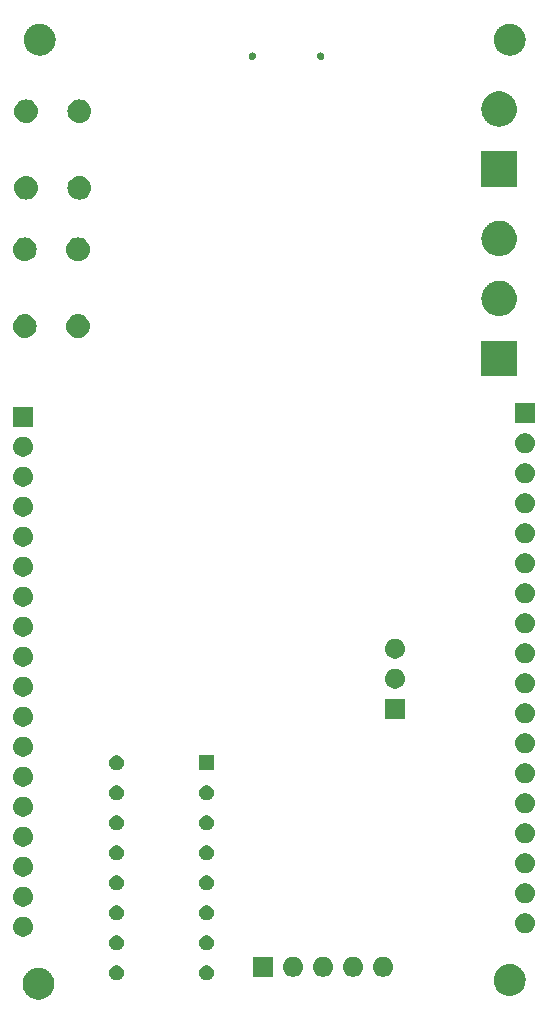
<source format=gbs>
G04 #@! TF.GenerationSoftware,KiCad,Pcbnew,8.0.6*
G04 #@! TF.CreationDate,2024-11-13T15:42:30-05:00*
G04 #@! TF.ProjectId,KiCAD-RFM69,4b694341-442d-4524-964d-36392e6b6963,rev?*
G04 #@! TF.SameCoordinates,Original*
G04 #@! TF.FileFunction,Soldermask,Bot*
G04 #@! TF.FilePolarity,Negative*
%FSLAX46Y46*%
G04 Gerber Fmt 4.6, Leading zero omitted, Abs format (unit mm)*
G04 Created by KiCad (PCBNEW 8.0.6) date 2024-11-13 15:42:30*
%MOMM*%
%LPD*%
G01*
G04 APERTURE LIST*
G04 APERTURE END LIST*
G36*
X103555046Y-145179942D02*
G01*
X103611463Y-145179942D01*
X103673643Y-145190318D01*
X103734425Y-145195636D01*
X103782160Y-145208426D01*
X103831356Y-145216636D01*
X103897346Y-145239290D01*
X103961727Y-145256541D01*
X104001163Y-145274930D01*
X104042205Y-145289020D01*
X104109643Y-145325515D01*
X104175000Y-145355992D01*
X104205765Y-145377533D01*
X104238267Y-145395123D01*
X104304427Y-145446618D01*
X104367763Y-145490966D01*
X104390086Y-145513289D01*
X104414190Y-145532050D01*
X104476107Y-145599310D01*
X104534160Y-145657363D01*
X104548813Y-145678290D01*
X104565178Y-145696067D01*
X104619776Y-145779636D01*
X104669134Y-145850126D01*
X104677372Y-145867792D01*
X104687109Y-145882696D01*
X104731298Y-145983438D01*
X104768585Y-146063399D01*
X104772057Y-146076360D01*
X104776657Y-146086845D01*
X104807460Y-146208485D01*
X104829490Y-146290701D01*
X104830128Y-146297999D01*
X104831384Y-146302957D01*
X104846103Y-146480593D01*
X104850000Y-146525126D01*
X104846103Y-146569662D01*
X104831384Y-146747294D01*
X104830128Y-146752251D01*
X104829490Y-146759551D01*
X104807455Y-146841783D01*
X104776657Y-146963406D01*
X104772058Y-146973889D01*
X104768585Y-146986853D01*
X104731291Y-147066829D01*
X104687109Y-147167555D01*
X104677373Y-147182456D01*
X104669134Y-147200126D01*
X104619767Y-147270629D01*
X104565178Y-147354184D01*
X104548816Y-147371957D01*
X104534160Y-147392889D01*
X104476096Y-147450952D01*
X104414190Y-147518201D01*
X104390090Y-147536958D01*
X104367763Y-147559286D01*
X104304414Y-147603642D01*
X104238267Y-147655128D01*
X104205771Y-147672713D01*
X104175000Y-147694260D01*
X104109629Y-147724742D01*
X104042205Y-147761231D01*
X104001171Y-147775317D01*
X103961727Y-147793711D01*
X103897333Y-147810965D01*
X103831356Y-147833615D01*
X103782168Y-147841823D01*
X103734425Y-147854616D01*
X103673639Y-147859934D01*
X103611463Y-147870310D01*
X103555046Y-147870310D01*
X103500000Y-147875126D01*
X103444954Y-147870310D01*
X103388537Y-147870310D01*
X103326359Y-147859934D01*
X103265575Y-147854616D01*
X103217832Y-147841823D01*
X103168643Y-147833615D01*
X103102662Y-147810963D01*
X103038273Y-147793711D01*
X102998831Y-147775319D01*
X102957794Y-147761231D01*
X102890362Y-147724739D01*
X102825000Y-147694260D01*
X102794232Y-147672716D01*
X102761732Y-147655128D01*
X102695575Y-147603635D01*
X102632237Y-147559286D01*
X102609912Y-147536961D01*
X102585809Y-147518201D01*
X102523891Y-147450940D01*
X102465840Y-147392889D01*
X102451186Y-147371961D01*
X102434821Y-147354184D01*
X102380217Y-147270608D01*
X102330866Y-147200126D01*
X102322628Y-147182461D01*
X102312890Y-147167555D01*
X102268692Y-147066793D01*
X102231415Y-146986853D01*
X102227942Y-146973895D01*
X102223342Y-146963406D01*
X102192525Y-146841715D01*
X102170510Y-146759551D01*
X102169871Y-146752257D01*
X102168615Y-146747294D01*
X102153877Y-146569446D01*
X102150000Y-146525126D01*
X102153877Y-146480809D01*
X102168615Y-146302957D01*
X102169871Y-146297993D01*
X102170510Y-146290701D01*
X102192521Y-146208553D01*
X102223342Y-146086845D01*
X102227943Y-146076354D01*
X102231415Y-146063399D01*
X102268684Y-145983474D01*
X102312890Y-145882696D01*
X102322630Y-145867787D01*
X102330866Y-145850126D01*
X102380208Y-145779657D01*
X102434821Y-145696067D01*
X102451189Y-145678285D01*
X102465840Y-145657363D01*
X102523879Y-145599323D01*
X102585809Y-145532050D01*
X102609917Y-145513285D01*
X102632237Y-145490966D01*
X102695562Y-145446625D01*
X102761732Y-145395123D01*
X102794238Y-145377531D01*
X102825000Y-145355992D01*
X102890349Y-145325518D01*
X102957794Y-145289020D01*
X102998839Y-145274929D01*
X103038273Y-145256541D01*
X103102648Y-145239291D01*
X103168643Y-145216636D01*
X103217840Y-145208426D01*
X103265575Y-145195636D01*
X103326355Y-145190318D01*
X103388537Y-145179942D01*
X103444954Y-145179942D01*
X103500000Y-145175126D01*
X103555046Y-145179942D01*
G37*
G36*
X143455046Y-144854816D02*
G01*
X143511463Y-144854816D01*
X143573643Y-144865192D01*
X143634425Y-144870510D01*
X143682160Y-144883300D01*
X143731356Y-144891510D01*
X143797346Y-144914164D01*
X143861727Y-144931415D01*
X143901163Y-144949804D01*
X143942205Y-144963894D01*
X144009643Y-145000389D01*
X144075000Y-145030866D01*
X144105765Y-145052407D01*
X144138267Y-145069997D01*
X144204427Y-145121492D01*
X144267763Y-145165840D01*
X144290086Y-145188163D01*
X144314190Y-145206924D01*
X144376107Y-145274184D01*
X144434160Y-145332237D01*
X144448813Y-145353164D01*
X144465178Y-145370941D01*
X144519776Y-145454510D01*
X144569134Y-145525000D01*
X144577372Y-145542666D01*
X144587109Y-145557570D01*
X144631298Y-145658312D01*
X144668585Y-145738273D01*
X144672057Y-145751234D01*
X144676657Y-145761719D01*
X144707460Y-145883359D01*
X144729490Y-145965575D01*
X144730128Y-145972873D01*
X144731384Y-145977831D01*
X144746103Y-146155467D01*
X144750000Y-146200000D01*
X144746103Y-146244536D01*
X144731384Y-146422168D01*
X144730128Y-146427125D01*
X144729490Y-146434425D01*
X144707455Y-146516657D01*
X144676657Y-146638280D01*
X144672058Y-146648763D01*
X144668585Y-146661727D01*
X144631291Y-146741703D01*
X144587109Y-146842429D01*
X144577373Y-146857330D01*
X144569134Y-146875000D01*
X144519767Y-146945503D01*
X144465178Y-147029058D01*
X144448816Y-147046831D01*
X144434160Y-147067763D01*
X144376096Y-147125826D01*
X144314190Y-147193075D01*
X144290090Y-147211832D01*
X144267763Y-147234160D01*
X144204414Y-147278516D01*
X144138267Y-147330002D01*
X144105771Y-147347587D01*
X144075000Y-147369134D01*
X144009629Y-147399616D01*
X143942205Y-147436105D01*
X143901171Y-147450191D01*
X143861727Y-147468585D01*
X143797333Y-147485839D01*
X143731356Y-147508489D01*
X143682168Y-147516697D01*
X143634425Y-147529490D01*
X143573639Y-147534808D01*
X143511463Y-147545184D01*
X143455046Y-147545184D01*
X143400000Y-147550000D01*
X143344954Y-147545184D01*
X143288537Y-147545184D01*
X143226359Y-147534808D01*
X143165575Y-147529490D01*
X143117832Y-147516697D01*
X143068643Y-147508489D01*
X143002662Y-147485837D01*
X142938273Y-147468585D01*
X142898831Y-147450193D01*
X142857794Y-147436105D01*
X142790362Y-147399613D01*
X142725000Y-147369134D01*
X142694232Y-147347590D01*
X142661732Y-147330002D01*
X142595575Y-147278509D01*
X142532237Y-147234160D01*
X142509912Y-147211835D01*
X142485809Y-147193075D01*
X142423891Y-147125814D01*
X142365840Y-147067763D01*
X142351186Y-147046835D01*
X142334821Y-147029058D01*
X142280217Y-146945482D01*
X142230866Y-146875000D01*
X142222628Y-146857335D01*
X142212890Y-146842429D01*
X142168692Y-146741667D01*
X142131415Y-146661727D01*
X142127942Y-146648769D01*
X142123342Y-146638280D01*
X142092525Y-146516589D01*
X142070510Y-146434425D01*
X142069871Y-146427131D01*
X142068615Y-146422168D01*
X142053877Y-146244320D01*
X142050000Y-146200000D01*
X142053877Y-146155683D01*
X142068615Y-145977831D01*
X142069871Y-145972867D01*
X142070510Y-145965575D01*
X142092521Y-145883427D01*
X142123342Y-145761719D01*
X142127943Y-145751228D01*
X142131415Y-145738273D01*
X142168684Y-145658348D01*
X142212890Y-145557570D01*
X142222630Y-145542661D01*
X142230866Y-145525000D01*
X142280208Y-145454531D01*
X142334821Y-145370941D01*
X142351189Y-145353159D01*
X142365840Y-145332237D01*
X142423879Y-145274197D01*
X142485809Y-145206924D01*
X142509917Y-145188159D01*
X142532237Y-145165840D01*
X142595562Y-145121499D01*
X142661732Y-145069997D01*
X142694238Y-145052405D01*
X142725000Y-145030866D01*
X142790349Y-145000392D01*
X142857794Y-144963894D01*
X142898839Y-144949803D01*
X142938273Y-144931415D01*
X143002648Y-144914165D01*
X143068643Y-144891510D01*
X143117840Y-144883300D01*
X143165575Y-144870510D01*
X143226355Y-144865192D01*
X143288537Y-144854816D01*
X143344954Y-144854816D01*
X143400000Y-144850000D01*
X143455046Y-144854816D01*
G37*
G36*
X110324997Y-145006732D02*
G01*
X110460437Y-145077817D01*
X110574930Y-145179249D01*
X110661822Y-145305133D01*
X110716063Y-145448154D01*
X110734500Y-145600000D01*
X110716063Y-145751846D01*
X110661822Y-145894867D01*
X110574930Y-146020751D01*
X110460437Y-146122183D01*
X110324997Y-146193268D01*
X110176481Y-146229874D01*
X110023519Y-146229874D01*
X109875003Y-146193268D01*
X109739563Y-146122183D01*
X109625070Y-146020751D01*
X109538178Y-145894867D01*
X109483937Y-145751846D01*
X109465500Y-145600000D01*
X109483937Y-145448154D01*
X109538178Y-145305133D01*
X109625070Y-145179249D01*
X109739563Y-145077817D01*
X109875003Y-145006732D01*
X110023519Y-144970126D01*
X110176481Y-144970126D01*
X110324997Y-145006732D01*
G37*
G36*
X117944997Y-145006732D02*
G01*
X118080437Y-145077817D01*
X118194930Y-145179249D01*
X118281822Y-145305133D01*
X118336063Y-145448154D01*
X118354500Y-145600000D01*
X118336063Y-145751846D01*
X118281822Y-145894867D01*
X118194930Y-146020751D01*
X118080437Y-146122183D01*
X117944997Y-146193268D01*
X117796481Y-146229874D01*
X117643519Y-146229874D01*
X117495003Y-146193268D01*
X117359563Y-146122183D01*
X117245070Y-146020751D01*
X117158178Y-145894867D01*
X117103937Y-145751846D01*
X117085500Y-145600000D01*
X117103937Y-145448154D01*
X117158178Y-145305133D01*
X117245070Y-145179249D01*
X117359563Y-145077817D01*
X117495003Y-145006732D01*
X117643519Y-144970126D01*
X117796481Y-144970126D01*
X117944997Y-145006732D01*
G37*
G36*
X123370000Y-145950000D02*
G01*
X121670000Y-145950000D01*
X121670000Y-144250000D01*
X123370000Y-144250000D01*
X123370000Y-145950000D01*
G37*
G36*
X125322664Y-144291602D02*
G01*
X125485000Y-144363878D01*
X125628761Y-144468327D01*
X125747664Y-144600383D01*
X125836514Y-144754274D01*
X125891425Y-144923275D01*
X125910000Y-145100000D01*
X125891425Y-145276725D01*
X125836514Y-145445726D01*
X125747664Y-145599617D01*
X125628761Y-145731673D01*
X125485000Y-145836122D01*
X125322664Y-145908398D01*
X125148849Y-145945344D01*
X124971151Y-145945344D01*
X124797336Y-145908398D01*
X124635000Y-145836122D01*
X124491239Y-145731673D01*
X124372336Y-145599617D01*
X124283486Y-145445726D01*
X124228575Y-145276725D01*
X124210000Y-145100000D01*
X124228575Y-144923275D01*
X124283486Y-144754274D01*
X124372336Y-144600383D01*
X124491239Y-144468327D01*
X124635000Y-144363878D01*
X124797336Y-144291602D01*
X124971151Y-144254656D01*
X125148849Y-144254656D01*
X125322664Y-144291602D01*
G37*
G36*
X127862664Y-144291602D02*
G01*
X128025000Y-144363878D01*
X128168761Y-144468327D01*
X128287664Y-144600383D01*
X128376514Y-144754274D01*
X128431425Y-144923275D01*
X128450000Y-145100000D01*
X128431425Y-145276725D01*
X128376514Y-145445726D01*
X128287664Y-145599617D01*
X128168761Y-145731673D01*
X128025000Y-145836122D01*
X127862664Y-145908398D01*
X127688849Y-145945344D01*
X127511151Y-145945344D01*
X127337336Y-145908398D01*
X127175000Y-145836122D01*
X127031239Y-145731673D01*
X126912336Y-145599617D01*
X126823486Y-145445726D01*
X126768575Y-145276725D01*
X126750000Y-145100000D01*
X126768575Y-144923275D01*
X126823486Y-144754274D01*
X126912336Y-144600383D01*
X127031239Y-144468327D01*
X127175000Y-144363878D01*
X127337336Y-144291602D01*
X127511151Y-144254656D01*
X127688849Y-144254656D01*
X127862664Y-144291602D01*
G37*
G36*
X130402664Y-144291602D02*
G01*
X130565000Y-144363878D01*
X130708761Y-144468327D01*
X130827664Y-144600383D01*
X130916514Y-144754274D01*
X130971425Y-144923275D01*
X130990000Y-145100000D01*
X130971425Y-145276725D01*
X130916514Y-145445726D01*
X130827664Y-145599617D01*
X130708761Y-145731673D01*
X130565000Y-145836122D01*
X130402664Y-145908398D01*
X130228849Y-145945344D01*
X130051151Y-145945344D01*
X129877336Y-145908398D01*
X129715000Y-145836122D01*
X129571239Y-145731673D01*
X129452336Y-145599617D01*
X129363486Y-145445726D01*
X129308575Y-145276725D01*
X129290000Y-145100000D01*
X129308575Y-144923275D01*
X129363486Y-144754274D01*
X129452336Y-144600383D01*
X129571239Y-144468327D01*
X129715000Y-144363878D01*
X129877336Y-144291602D01*
X130051151Y-144254656D01*
X130228849Y-144254656D01*
X130402664Y-144291602D01*
G37*
G36*
X132942664Y-144291602D02*
G01*
X133105000Y-144363878D01*
X133248761Y-144468327D01*
X133367664Y-144600383D01*
X133456514Y-144754274D01*
X133511425Y-144923275D01*
X133530000Y-145100000D01*
X133511425Y-145276725D01*
X133456514Y-145445726D01*
X133367664Y-145599617D01*
X133248761Y-145731673D01*
X133105000Y-145836122D01*
X132942664Y-145908398D01*
X132768849Y-145945344D01*
X132591151Y-145945344D01*
X132417336Y-145908398D01*
X132255000Y-145836122D01*
X132111239Y-145731673D01*
X131992336Y-145599617D01*
X131903486Y-145445726D01*
X131848575Y-145276725D01*
X131830000Y-145100000D01*
X131848575Y-144923275D01*
X131903486Y-144754274D01*
X131992336Y-144600383D01*
X132111239Y-144468327D01*
X132255000Y-144363878D01*
X132417336Y-144291602D01*
X132591151Y-144254656D01*
X132768849Y-144254656D01*
X132942664Y-144291602D01*
G37*
G36*
X110324997Y-142466732D02*
G01*
X110460437Y-142537817D01*
X110574930Y-142639249D01*
X110661822Y-142765133D01*
X110716063Y-142908154D01*
X110734500Y-143060000D01*
X110716063Y-143211846D01*
X110661822Y-143354867D01*
X110574930Y-143480751D01*
X110460437Y-143582183D01*
X110324997Y-143653268D01*
X110176481Y-143689874D01*
X110023519Y-143689874D01*
X109875003Y-143653268D01*
X109739563Y-143582183D01*
X109625070Y-143480751D01*
X109538178Y-143354867D01*
X109483937Y-143211846D01*
X109465500Y-143060000D01*
X109483937Y-142908154D01*
X109538178Y-142765133D01*
X109625070Y-142639249D01*
X109739563Y-142537817D01*
X109875003Y-142466732D01*
X110023519Y-142430126D01*
X110176481Y-142430126D01*
X110324997Y-142466732D01*
G37*
G36*
X117944997Y-142466732D02*
G01*
X118080437Y-142537817D01*
X118194930Y-142639249D01*
X118281822Y-142765133D01*
X118336063Y-142908154D01*
X118354500Y-143060000D01*
X118336063Y-143211846D01*
X118281822Y-143354867D01*
X118194930Y-143480751D01*
X118080437Y-143582183D01*
X117944997Y-143653268D01*
X117796481Y-143689874D01*
X117643519Y-143689874D01*
X117495003Y-143653268D01*
X117359563Y-143582183D01*
X117245070Y-143480751D01*
X117158178Y-143354867D01*
X117103937Y-143211846D01*
X117085500Y-143060000D01*
X117103937Y-142908154D01*
X117158178Y-142765133D01*
X117245070Y-142639249D01*
X117359563Y-142537817D01*
X117495003Y-142466732D01*
X117643519Y-142430126D01*
X117796481Y-142430126D01*
X117944997Y-142466732D01*
G37*
G36*
X102462664Y-140891602D02*
G01*
X102625000Y-140963878D01*
X102768761Y-141068327D01*
X102887664Y-141200383D01*
X102976514Y-141354274D01*
X103031425Y-141523275D01*
X103050000Y-141700000D01*
X103031425Y-141876725D01*
X102976514Y-142045726D01*
X102887664Y-142199617D01*
X102768761Y-142331673D01*
X102625000Y-142436122D01*
X102462664Y-142508398D01*
X102288849Y-142545344D01*
X102111151Y-142545344D01*
X101937336Y-142508398D01*
X101775000Y-142436122D01*
X101631239Y-142331673D01*
X101512336Y-142199617D01*
X101423486Y-142045726D01*
X101368575Y-141876725D01*
X101350000Y-141700000D01*
X101368575Y-141523275D01*
X101423486Y-141354274D01*
X101512336Y-141200383D01*
X101631239Y-141068327D01*
X101775000Y-140963878D01*
X101937336Y-140891602D01*
X102111151Y-140854656D01*
X102288849Y-140854656D01*
X102462664Y-140891602D01*
G37*
G36*
X144962664Y-140591602D02*
G01*
X145125000Y-140663878D01*
X145268761Y-140768327D01*
X145387664Y-140900383D01*
X145476514Y-141054274D01*
X145531425Y-141223275D01*
X145550000Y-141400000D01*
X145531425Y-141576725D01*
X145476514Y-141745726D01*
X145387664Y-141899617D01*
X145268761Y-142031673D01*
X145125000Y-142136122D01*
X144962664Y-142208398D01*
X144788849Y-142245344D01*
X144611151Y-142245344D01*
X144437336Y-142208398D01*
X144275000Y-142136122D01*
X144131239Y-142031673D01*
X144012336Y-141899617D01*
X143923486Y-141745726D01*
X143868575Y-141576725D01*
X143850000Y-141400000D01*
X143868575Y-141223275D01*
X143923486Y-141054274D01*
X144012336Y-140900383D01*
X144131239Y-140768327D01*
X144275000Y-140663878D01*
X144437336Y-140591602D01*
X144611151Y-140554656D01*
X144788849Y-140554656D01*
X144962664Y-140591602D01*
G37*
G36*
X110324997Y-139926732D02*
G01*
X110460437Y-139997817D01*
X110574930Y-140099249D01*
X110661822Y-140225133D01*
X110716063Y-140368154D01*
X110734500Y-140520000D01*
X110716063Y-140671846D01*
X110661822Y-140814867D01*
X110574930Y-140940751D01*
X110460437Y-141042183D01*
X110324997Y-141113268D01*
X110176481Y-141149874D01*
X110023519Y-141149874D01*
X109875003Y-141113268D01*
X109739563Y-141042183D01*
X109625070Y-140940751D01*
X109538178Y-140814867D01*
X109483937Y-140671846D01*
X109465500Y-140520000D01*
X109483937Y-140368154D01*
X109538178Y-140225133D01*
X109625070Y-140099249D01*
X109739563Y-139997817D01*
X109875003Y-139926732D01*
X110023519Y-139890126D01*
X110176481Y-139890126D01*
X110324997Y-139926732D01*
G37*
G36*
X117944997Y-139926732D02*
G01*
X118080437Y-139997817D01*
X118194930Y-140099249D01*
X118281822Y-140225133D01*
X118336063Y-140368154D01*
X118354500Y-140520000D01*
X118336063Y-140671846D01*
X118281822Y-140814867D01*
X118194930Y-140940751D01*
X118080437Y-141042183D01*
X117944997Y-141113268D01*
X117796481Y-141149874D01*
X117643519Y-141149874D01*
X117495003Y-141113268D01*
X117359563Y-141042183D01*
X117245070Y-140940751D01*
X117158178Y-140814867D01*
X117103937Y-140671846D01*
X117085500Y-140520000D01*
X117103937Y-140368154D01*
X117158178Y-140225133D01*
X117245070Y-140099249D01*
X117359563Y-139997817D01*
X117495003Y-139926732D01*
X117643519Y-139890126D01*
X117796481Y-139890126D01*
X117944997Y-139926732D01*
G37*
G36*
X102462664Y-138351602D02*
G01*
X102625000Y-138423878D01*
X102768761Y-138528327D01*
X102887664Y-138660383D01*
X102976514Y-138814274D01*
X103031425Y-138983275D01*
X103050000Y-139160000D01*
X103031425Y-139336725D01*
X102976514Y-139505726D01*
X102887664Y-139659617D01*
X102768761Y-139791673D01*
X102625000Y-139896122D01*
X102462664Y-139968398D01*
X102288849Y-140005344D01*
X102111151Y-140005344D01*
X101937336Y-139968398D01*
X101775000Y-139896122D01*
X101631239Y-139791673D01*
X101512336Y-139659617D01*
X101423486Y-139505726D01*
X101368575Y-139336725D01*
X101350000Y-139160000D01*
X101368575Y-138983275D01*
X101423486Y-138814274D01*
X101512336Y-138660383D01*
X101631239Y-138528327D01*
X101775000Y-138423878D01*
X101937336Y-138351602D01*
X102111151Y-138314656D01*
X102288849Y-138314656D01*
X102462664Y-138351602D01*
G37*
G36*
X144962664Y-138051602D02*
G01*
X145125000Y-138123878D01*
X145268761Y-138228327D01*
X145387664Y-138360383D01*
X145476514Y-138514274D01*
X145531425Y-138683275D01*
X145550000Y-138860000D01*
X145531425Y-139036725D01*
X145476514Y-139205726D01*
X145387664Y-139359617D01*
X145268761Y-139491673D01*
X145125000Y-139596122D01*
X144962664Y-139668398D01*
X144788849Y-139705344D01*
X144611151Y-139705344D01*
X144437336Y-139668398D01*
X144275000Y-139596122D01*
X144131239Y-139491673D01*
X144012336Y-139359617D01*
X143923486Y-139205726D01*
X143868575Y-139036725D01*
X143850000Y-138860000D01*
X143868575Y-138683275D01*
X143923486Y-138514274D01*
X144012336Y-138360383D01*
X144131239Y-138228327D01*
X144275000Y-138123878D01*
X144437336Y-138051602D01*
X144611151Y-138014656D01*
X144788849Y-138014656D01*
X144962664Y-138051602D01*
G37*
G36*
X110324997Y-137386732D02*
G01*
X110460437Y-137457817D01*
X110574930Y-137559249D01*
X110661822Y-137685133D01*
X110716063Y-137828154D01*
X110734500Y-137980000D01*
X110716063Y-138131846D01*
X110661822Y-138274867D01*
X110574930Y-138400751D01*
X110460437Y-138502183D01*
X110324997Y-138573268D01*
X110176481Y-138609874D01*
X110023519Y-138609874D01*
X109875003Y-138573268D01*
X109739563Y-138502183D01*
X109625070Y-138400751D01*
X109538178Y-138274867D01*
X109483937Y-138131846D01*
X109465500Y-137980000D01*
X109483937Y-137828154D01*
X109538178Y-137685133D01*
X109625070Y-137559249D01*
X109739563Y-137457817D01*
X109875003Y-137386732D01*
X110023519Y-137350126D01*
X110176481Y-137350126D01*
X110324997Y-137386732D01*
G37*
G36*
X117944997Y-137386732D02*
G01*
X118080437Y-137457817D01*
X118194930Y-137559249D01*
X118281822Y-137685133D01*
X118336063Y-137828154D01*
X118354500Y-137980000D01*
X118336063Y-138131846D01*
X118281822Y-138274867D01*
X118194930Y-138400751D01*
X118080437Y-138502183D01*
X117944997Y-138573268D01*
X117796481Y-138609874D01*
X117643519Y-138609874D01*
X117495003Y-138573268D01*
X117359563Y-138502183D01*
X117245070Y-138400751D01*
X117158178Y-138274867D01*
X117103937Y-138131846D01*
X117085500Y-137980000D01*
X117103937Y-137828154D01*
X117158178Y-137685133D01*
X117245070Y-137559249D01*
X117359563Y-137457817D01*
X117495003Y-137386732D01*
X117643519Y-137350126D01*
X117796481Y-137350126D01*
X117944997Y-137386732D01*
G37*
G36*
X102462664Y-135811602D02*
G01*
X102625000Y-135883878D01*
X102768761Y-135988327D01*
X102887664Y-136120383D01*
X102976514Y-136274274D01*
X103031425Y-136443275D01*
X103050000Y-136620000D01*
X103031425Y-136796725D01*
X102976514Y-136965726D01*
X102887664Y-137119617D01*
X102768761Y-137251673D01*
X102625000Y-137356122D01*
X102462664Y-137428398D01*
X102288849Y-137465344D01*
X102111151Y-137465344D01*
X101937336Y-137428398D01*
X101775000Y-137356122D01*
X101631239Y-137251673D01*
X101512336Y-137119617D01*
X101423486Y-136965726D01*
X101368575Y-136796725D01*
X101350000Y-136620000D01*
X101368575Y-136443275D01*
X101423486Y-136274274D01*
X101512336Y-136120383D01*
X101631239Y-135988327D01*
X101775000Y-135883878D01*
X101937336Y-135811602D01*
X102111151Y-135774656D01*
X102288849Y-135774656D01*
X102462664Y-135811602D01*
G37*
G36*
X144962664Y-135511602D02*
G01*
X145125000Y-135583878D01*
X145268761Y-135688327D01*
X145387664Y-135820383D01*
X145476514Y-135974274D01*
X145531425Y-136143275D01*
X145550000Y-136320000D01*
X145531425Y-136496725D01*
X145476514Y-136665726D01*
X145387664Y-136819617D01*
X145268761Y-136951673D01*
X145125000Y-137056122D01*
X144962664Y-137128398D01*
X144788849Y-137165344D01*
X144611151Y-137165344D01*
X144437336Y-137128398D01*
X144275000Y-137056122D01*
X144131239Y-136951673D01*
X144012336Y-136819617D01*
X143923486Y-136665726D01*
X143868575Y-136496725D01*
X143850000Y-136320000D01*
X143868575Y-136143275D01*
X143923486Y-135974274D01*
X144012336Y-135820383D01*
X144131239Y-135688327D01*
X144275000Y-135583878D01*
X144437336Y-135511602D01*
X144611151Y-135474656D01*
X144788849Y-135474656D01*
X144962664Y-135511602D01*
G37*
G36*
X110324997Y-134846732D02*
G01*
X110460437Y-134917817D01*
X110574930Y-135019249D01*
X110661822Y-135145133D01*
X110716063Y-135288154D01*
X110734500Y-135440000D01*
X110716063Y-135591846D01*
X110661822Y-135734867D01*
X110574930Y-135860751D01*
X110460437Y-135962183D01*
X110324997Y-136033268D01*
X110176481Y-136069874D01*
X110023519Y-136069874D01*
X109875003Y-136033268D01*
X109739563Y-135962183D01*
X109625070Y-135860751D01*
X109538178Y-135734867D01*
X109483937Y-135591846D01*
X109465500Y-135440000D01*
X109483937Y-135288154D01*
X109538178Y-135145133D01*
X109625070Y-135019249D01*
X109739563Y-134917817D01*
X109875003Y-134846732D01*
X110023519Y-134810126D01*
X110176481Y-134810126D01*
X110324997Y-134846732D01*
G37*
G36*
X117944997Y-134846732D02*
G01*
X118080437Y-134917817D01*
X118194930Y-135019249D01*
X118281822Y-135145133D01*
X118336063Y-135288154D01*
X118354500Y-135440000D01*
X118336063Y-135591846D01*
X118281822Y-135734867D01*
X118194930Y-135860751D01*
X118080437Y-135962183D01*
X117944997Y-136033268D01*
X117796481Y-136069874D01*
X117643519Y-136069874D01*
X117495003Y-136033268D01*
X117359563Y-135962183D01*
X117245070Y-135860751D01*
X117158178Y-135734867D01*
X117103937Y-135591846D01*
X117085500Y-135440000D01*
X117103937Y-135288154D01*
X117158178Y-135145133D01*
X117245070Y-135019249D01*
X117359563Y-134917817D01*
X117495003Y-134846732D01*
X117643519Y-134810126D01*
X117796481Y-134810126D01*
X117944997Y-134846732D01*
G37*
G36*
X102462664Y-133271602D02*
G01*
X102625000Y-133343878D01*
X102768761Y-133448327D01*
X102887664Y-133580383D01*
X102976514Y-133734274D01*
X103031425Y-133903275D01*
X103050000Y-134080000D01*
X103031425Y-134256725D01*
X102976514Y-134425726D01*
X102887664Y-134579617D01*
X102768761Y-134711673D01*
X102625000Y-134816122D01*
X102462664Y-134888398D01*
X102288849Y-134925344D01*
X102111151Y-134925344D01*
X101937336Y-134888398D01*
X101775000Y-134816122D01*
X101631239Y-134711673D01*
X101512336Y-134579617D01*
X101423486Y-134425726D01*
X101368575Y-134256725D01*
X101350000Y-134080000D01*
X101368575Y-133903275D01*
X101423486Y-133734274D01*
X101512336Y-133580383D01*
X101631239Y-133448327D01*
X101775000Y-133343878D01*
X101937336Y-133271602D01*
X102111151Y-133234656D01*
X102288849Y-133234656D01*
X102462664Y-133271602D01*
G37*
G36*
X144962664Y-132971602D02*
G01*
X145125000Y-133043878D01*
X145268761Y-133148327D01*
X145387664Y-133280383D01*
X145476514Y-133434274D01*
X145531425Y-133603275D01*
X145550000Y-133780000D01*
X145531425Y-133956725D01*
X145476514Y-134125726D01*
X145387664Y-134279617D01*
X145268761Y-134411673D01*
X145125000Y-134516122D01*
X144962664Y-134588398D01*
X144788849Y-134625344D01*
X144611151Y-134625344D01*
X144437336Y-134588398D01*
X144275000Y-134516122D01*
X144131239Y-134411673D01*
X144012336Y-134279617D01*
X143923486Y-134125726D01*
X143868575Y-133956725D01*
X143850000Y-133780000D01*
X143868575Y-133603275D01*
X143923486Y-133434274D01*
X144012336Y-133280383D01*
X144131239Y-133148327D01*
X144275000Y-133043878D01*
X144437336Y-132971602D01*
X144611151Y-132934656D01*
X144788849Y-132934656D01*
X144962664Y-132971602D01*
G37*
G36*
X110324997Y-132306732D02*
G01*
X110460437Y-132377817D01*
X110574930Y-132479249D01*
X110661822Y-132605133D01*
X110716063Y-132748154D01*
X110734500Y-132900000D01*
X110716063Y-133051846D01*
X110661822Y-133194867D01*
X110574930Y-133320751D01*
X110460437Y-133422183D01*
X110324997Y-133493268D01*
X110176481Y-133529874D01*
X110023519Y-133529874D01*
X109875003Y-133493268D01*
X109739563Y-133422183D01*
X109625070Y-133320751D01*
X109538178Y-133194867D01*
X109483937Y-133051846D01*
X109465500Y-132900000D01*
X109483937Y-132748154D01*
X109538178Y-132605133D01*
X109625070Y-132479249D01*
X109739563Y-132377817D01*
X109875003Y-132306732D01*
X110023519Y-132270126D01*
X110176481Y-132270126D01*
X110324997Y-132306732D01*
G37*
G36*
X117944997Y-132306732D02*
G01*
X118080437Y-132377817D01*
X118194930Y-132479249D01*
X118281822Y-132605133D01*
X118336063Y-132748154D01*
X118354500Y-132900000D01*
X118336063Y-133051846D01*
X118281822Y-133194867D01*
X118194930Y-133320751D01*
X118080437Y-133422183D01*
X117944997Y-133493268D01*
X117796481Y-133529874D01*
X117643519Y-133529874D01*
X117495003Y-133493268D01*
X117359563Y-133422183D01*
X117245070Y-133320751D01*
X117158178Y-133194867D01*
X117103937Y-133051846D01*
X117085500Y-132900000D01*
X117103937Y-132748154D01*
X117158178Y-132605133D01*
X117245070Y-132479249D01*
X117359563Y-132377817D01*
X117495003Y-132306732D01*
X117643519Y-132270126D01*
X117796481Y-132270126D01*
X117944997Y-132306732D01*
G37*
G36*
X102462664Y-130731602D02*
G01*
X102625000Y-130803878D01*
X102768761Y-130908327D01*
X102887664Y-131040383D01*
X102976514Y-131194274D01*
X103031425Y-131363275D01*
X103050000Y-131540000D01*
X103031425Y-131716725D01*
X102976514Y-131885726D01*
X102887664Y-132039617D01*
X102768761Y-132171673D01*
X102625000Y-132276122D01*
X102462664Y-132348398D01*
X102288849Y-132385344D01*
X102111151Y-132385344D01*
X101937336Y-132348398D01*
X101775000Y-132276122D01*
X101631239Y-132171673D01*
X101512336Y-132039617D01*
X101423486Y-131885726D01*
X101368575Y-131716725D01*
X101350000Y-131540000D01*
X101368575Y-131363275D01*
X101423486Y-131194274D01*
X101512336Y-131040383D01*
X101631239Y-130908327D01*
X101775000Y-130803878D01*
X101937336Y-130731602D01*
X102111151Y-130694656D01*
X102288849Y-130694656D01*
X102462664Y-130731602D01*
G37*
G36*
X144962664Y-130431602D02*
G01*
X145125000Y-130503878D01*
X145268761Y-130608327D01*
X145387664Y-130740383D01*
X145476514Y-130894274D01*
X145531425Y-131063275D01*
X145550000Y-131240000D01*
X145531425Y-131416725D01*
X145476514Y-131585726D01*
X145387664Y-131739617D01*
X145268761Y-131871673D01*
X145125000Y-131976122D01*
X144962664Y-132048398D01*
X144788849Y-132085344D01*
X144611151Y-132085344D01*
X144437336Y-132048398D01*
X144275000Y-131976122D01*
X144131239Y-131871673D01*
X144012336Y-131739617D01*
X143923486Y-131585726D01*
X143868575Y-131416725D01*
X143850000Y-131240000D01*
X143868575Y-131063275D01*
X143923486Y-130894274D01*
X144012336Y-130740383D01*
X144131239Y-130608327D01*
X144275000Y-130503878D01*
X144437336Y-130431602D01*
X144611151Y-130394656D01*
X144788849Y-130394656D01*
X144962664Y-130431602D01*
G37*
G36*
X110324997Y-129766732D02*
G01*
X110460437Y-129837817D01*
X110574930Y-129939249D01*
X110661822Y-130065133D01*
X110716063Y-130208154D01*
X110734500Y-130360000D01*
X110716063Y-130511846D01*
X110661822Y-130654867D01*
X110574930Y-130780751D01*
X110460437Y-130882183D01*
X110324997Y-130953268D01*
X110176481Y-130989874D01*
X110023519Y-130989874D01*
X109875003Y-130953268D01*
X109739563Y-130882183D01*
X109625070Y-130780751D01*
X109538178Y-130654867D01*
X109483937Y-130511846D01*
X109465500Y-130360000D01*
X109483937Y-130208154D01*
X109538178Y-130065133D01*
X109625070Y-129939249D01*
X109739563Y-129837817D01*
X109875003Y-129766732D01*
X110023519Y-129730126D01*
X110176481Y-129730126D01*
X110324997Y-129766732D01*
G37*
G36*
X117944997Y-129766732D02*
G01*
X118080437Y-129837817D01*
X118194930Y-129939249D01*
X118281822Y-130065133D01*
X118336063Y-130208154D01*
X118354500Y-130360000D01*
X118336063Y-130511846D01*
X118281822Y-130654867D01*
X118194930Y-130780751D01*
X118080437Y-130882183D01*
X117944997Y-130953268D01*
X117796481Y-130989874D01*
X117643519Y-130989874D01*
X117495003Y-130953268D01*
X117359563Y-130882183D01*
X117245070Y-130780751D01*
X117158178Y-130654867D01*
X117103937Y-130511846D01*
X117085500Y-130360000D01*
X117103937Y-130208154D01*
X117158178Y-130065133D01*
X117245070Y-129939249D01*
X117359563Y-129837817D01*
X117495003Y-129766732D01*
X117643519Y-129730126D01*
X117796481Y-129730126D01*
X117944997Y-129766732D01*
G37*
G36*
X102462664Y-128191602D02*
G01*
X102625000Y-128263878D01*
X102768761Y-128368327D01*
X102887664Y-128500383D01*
X102976514Y-128654274D01*
X103031425Y-128823275D01*
X103050000Y-129000000D01*
X103031425Y-129176725D01*
X102976514Y-129345726D01*
X102887664Y-129499617D01*
X102768761Y-129631673D01*
X102625000Y-129736122D01*
X102462664Y-129808398D01*
X102288849Y-129845344D01*
X102111151Y-129845344D01*
X101937336Y-129808398D01*
X101775000Y-129736122D01*
X101631239Y-129631673D01*
X101512336Y-129499617D01*
X101423486Y-129345726D01*
X101368575Y-129176725D01*
X101350000Y-129000000D01*
X101368575Y-128823275D01*
X101423486Y-128654274D01*
X101512336Y-128500383D01*
X101631239Y-128368327D01*
X101775000Y-128263878D01*
X101937336Y-128191602D01*
X102111151Y-128154656D01*
X102288849Y-128154656D01*
X102462664Y-128191602D01*
G37*
G36*
X144962664Y-127891602D02*
G01*
X145125000Y-127963878D01*
X145268761Y-128068327D01*
X145387664Y-128200383D01*
X145476514Y-128354274D01*
X145531425Y-128523275D01*
X145550000Y-128700000D01*
X145531425Y-128876725D01*
X145476514Y-129045726D01*
X145387664Y-129199617D01*
X145268761Y-129331673D01*
X145125000Y-129436122D01*
X144962664Y-129508398D01*
X144788849Y-129545344D01*
X144611151Y-129545344D01*
X144437336Y-129508398D01*
X144275000Y-129436122D01*
X144131239Y-129331673D01*
X144012336Y-129199617D01*
X143923486Y-129045726D01*
X143868575Y-128876725D01*
X143850000Y-128700000D01*
X143868575Y-128523275D01*
X143923486Y-128354274D01*
X144012336Y-128200383D01*
X144131239Y-128068327D01*
X144275000Y-127963878D01*
X144437336Y-127891602D01*
X144611151Y-127854656D01*
X144788849Y-127854656D01*
X144962664Y-127891602D01*
G37*
G36*
X118354500Y-128454500D02*
G01*
X117085500Y-128454500D01*
X117085500Y-127185500D01*
X118354500Y-127185500D01*
X118354500Y-128454500D01*
G37*
G36*
X110324997Y-127226732D02*
G01*
X110460437Y-127297817D01*
X110574930Y-127399249D01*
X110661822Y-127525133D01*
X110716063Y-127668154D01*
X110734500Y-127820000D01*
X110716063Y-127971846D01*
X110661822Y-128114867D01*
X110574930Y-128240751D01*
X110460437Y-128342183D01*
X110324997Y-128413268D01*
X110176481Y-128449874D01*
X110023519Y-128449874D01*
X109875003Y-128413268D01*
X109739563Y-128342183D01*
X109625070Y-128240751D01*
X109538178Y-128114867D01*
X109483937Y-127971846D01*
X109465500Y-127820000D01*
X109483937Y-127668154D01*
X109538178Y-127525133D01*
X109625070Y-127399249D01*
X109739563Y-127297817D01*
X109875003Y-127226732D01*
X110023519Y-127190126D01*
X110176481Y-127190126D01*
X110324997Y-127226732D01*
G37*
G36*
X102462664Y-125651602D02*
G01*
X102625000Y-125723878D01*
X102768761Y-125828327D01*
X102887664Y-125960383D01*
X102976514Y-126114274D01*
X103031425Y-126283275D01*
X103050000Y-126460000D01*
X103031425Y-126636725D01*
X102976514Y-126805726D01*
X102887664Y-126959617D01*
X102768761Y-127091673D01*
X102625000Y-127196122D01*
X102462664Y-127268398D01*
X102288849Y-127305344D01*
X102111151Y-127305344D01*
X101937336Y-127268398D01*
X101775000Y-127196122D01*
X101631239Y-127091673D01*
X101512336Y-126959617D01*
X101423486Y-126805726D01*
X101368575Y-126636725D01*
X101350000Y-126460000D01*
X101368575Y-126283275D01*
X101423486Y-126114274D01*
X101512336Y-125960383D01*
X101631239Y-125828327D01*
X101775000Y-125723878D01*
X101937336Y-125651602D01*
X102111151Y-125614656D01*
X102288849Y-125614656D01*
X102462664Y-125651602D01*
G37*
G36*
X144962664Y-125351602D02*
G01*
X145125000Y-125423878D01*
X145268761Y-125528327D01*
X145387664Y-125660383D01*
X145476514Y-125814274D01*
X145531425Y-125983275D01*
X145550000Y-126160000D01*
X145531425Y-126336725D01*
X145476514Y-126505726D01*
X145387664Y-126659617D01*
X145268761Y-126791673D01*
X145125000Y-126896122D01*
X144962664Y-126968398D01*
X144788849Y-127005344D01*
X144611151Y-127005344D01*
X144437336Y-126968398D01*
X144275000Y-126896122D01*
X144131239Y-126791673D01*
X144012336Y-126659617D01*
X143923486Y-126505726D01*
X143868575Y-126336725D01*
X143850000Y-126160000D01*
X143868575Y-125983275D01*
X143923486Y-125814274D01*
X144012336Y-125660383D01*
X144131239Y-125528327D01*
X144275000Y-125423878D01*
X144437336Y-125351602D01*
X144611151Y-125314656D01*
X144788849Y-125314656D01*
X144962664Y-125351602D01*
G37*
G36*
X102462664Y-123111602D02*
G01*
X102625000Y-123183878D01*
X102768761Y-123288327D01*
X102887664Y-123420383D01*
X102976514Y-123574274D01*
X103031425Y-123743275D01*
X103050000Y-123920000D01*
X103031425Y-124096725D01*
X102976514Y-124265726D01*
X102887664Y-124419617D01*
X102768761Y-124551673D01*
X102625000Y-124656122D01*
X102462664Y-124728398D01*
X102288849Y-124765344D01*
X102111151Y-124765344D01*
X101937336Y-124728398D01*
X101775000Y-124656122D01*
X101631239Y-124551673D01*
X101512336Y-124419617D01*
X101423486Y-124265726D01*
X101368575Y-124096725D01*
X101350000Y-123920000D01*
X101368575Y-123743275D01*
X101423486Y-123574274D01*
X101512336Y-123420383D01*
X101631239Y-123288327D01*
X101775000Y-123183878D01*
X101937336Y-123111602D01*
X102111151Y-123074656D01*
X102288849Y-123074656D01*
X102462664Y-123111602D01*
G37*
G36*
X144962664Y-122811602D02*
G01*
X145125000Y-122883878D01*
X145268761Y-122988327D01*
X145387664Y-123120383D01*
X145476514Y-123274274D01*
X145531425Y-123443275D01*
X145550000Y-123620000D01*
X145531425Y-123796725D01*
X145476514Y-123965726D01*
X145387664Y-124119617D01*
X145268761Y-124251673D01*
X145125000Y-124356122D01*
X144962664Y-124428398D01*
X144788849Y-124465344D01*
X144611151Y-124465344D01*
X144437336Y-124428398D01*
X144275000Y-124356122D01*
X144131239Y-124251673D01*
X144012336Y-124119617D01*
X143923486Y-123965726D01*
X143868575Y-123796725D01*
X143850000Y-123620000D01*
X143868575Y-123443275D01*
X143923486Y-123274274D01*
X144012336Y-123120383D01*
X144131239Y-122988327D01*
X144275000Y-122883878D01*
X144437336Y-122811602D01*
X144611151Y-122774656D01*
X144788849Y-122774656D01*
X144962664Y-122811602D01*
G37*
G36*
X134550000Y-124090000D02*
G01*
X132850000Y-124090000D01*
X132850000Y-122390000D01*
X134550000Y-122390000D01*
X134550000Y-124090000D01*
G37*
G36*
X102462664Y-120571602D02*
G01*
X102625000Y-120643878D01*
X102768761Y-120748327D01*
X102887664Y-120880383D01*
X102976514Y-121034274D01*
X103031425Y-121203275D01*
X103050000Y-121380000D01*
X103031425Y-121556725D01*
X102976514Y-121725726D01*
X102887664Y-121879617D01*
X102768761Y-122011673D01*
X102625000Y-122116122D01*
X102462664Y-122188398D01*
X102288849Y-122225344D01*
X102111151Y-122225344D01*
X101937336Y-122188398D01*
X101775000Y-122116122D01*
X101631239Y-122011673D01*
X101512336Y-121879617D01*
X101423486Y-121725726D01*
X101368575Y-121556725D01*
X101350000Y-121380000D01*
X101368575Y-121203275D01*
X101423486Y-121034274D01*
X101512336Y-120880383D01*
X101631239Y-120748327D01*
X101775000Y-120643878D01*
X101937336Y-120571602D01*
X102111151Y-120534656D01*
X102288849Y-120534656D01*
X102462664Y-120571602D01*
G37*
G36*
X144962664Y-120271602D02*
G01*
X145125000Y-120343878D01*
X145268761Y-120448327D01*
X145387664Y-120580383D01*
X145476514Y-120734274D01*
X145531425Y-120903275D01*
X145550000Y-121080000D01*
X145531425Y-121256725D01*
X145476514Y-121425726D01*
X145387664Y-121579617D01*
X145268761Y-121711673D01*
X145125000Y-121816122D01*
X144962664Y-121888398D01*
X144788849Y-121925344D01*
X144611151Y-121925344D01*
X144437336Y-121888398D01*
X144275000Y-121816122D01*
X144131239Y-121711673D01*
X144012336Y-121579617D01*
X143923486Y-121425726D01*
X143868575Y-121256725D01*
X143850000Y-121080000D01*
X143868575Y-120903275D01*
X143923486Y-120734274D01*
X144012336Y-120580383D01*
X144131239Y-120448327D01*
X144275000Y-120343878D01*
X144437336Y-120271602D01*
X144611151Y-120234656D01*
X144788849Y-120234656D01*
X144962664Y-120271602D01*
G37*
G36*
X133962664Y-119891602D02*
G01*
X134125000Y-119963878D01*
X134268761Y-120068327D01*
X134387664Y-120200383D01*
X134476514Y-120354274D01*
X134531425Y-120523275D01*
X134550000Y-120700000D01*
X134531425Y-120876725D01*
X134476514Y-121045726D01*
X134387664Y-121199617D01*
X134268761Y-121331673D01*
X134125000Y-121436122D01*
X133962664Y-121508398D01*
X133788849Y-121545344D01*
X133611151Y-121545344D01*
X133437336Y-121508398D01*
X133275000Y-121436122D01*
X133131239Y-121331673D01*
X133012336Y-121199617D01*
X132923486Y-121045726D01*
X132868575Y-120876725D01*
X132850000Y-120700000D01*
X132868575Y-120523275D01*
X132923486Y-120354274D01*
X133012336Y-120200383D01*
X133131239Y-120068327D01*
X133275000Y-119963878D01*
X133437336Y-119891602D01*
X133611151Y-119854656D01*
X133788849Y-119854656D01*
X133962664Y-119891602D01*
G37*
G36*
X102462664Y-118031602D02*
G01*
X102625000Y-118103878D01*
X102768761Y-118208327D01*
X102887664Y-118340383D01*
X102976514Y-118494274D01*
X103031425Y-118663275D01*
X103050000Y-118840000D01*
X103031425Y-119016725D01*
X102976514Y-119185726D01*
X102887664Y-119339617D01*
X102768761Y-119471673D01*
X102625000Y-119576122D01*
X102462664Y-119648398D01*
X102288849Y-119685344D01*
X102111151Y-119685344D01*
X101937336Y-119648398D01*
X101775000Y-119576122D01*
X101631239Y-119471673D01*
X101512336Y-119339617D01*
X101423486Y-119185726D01*
X101368575Y-119016725D01*
X101350000Y-118840000D01*
X101368575Y-118663275D01*
X101423486Y-118494274D01*
X101512336Y-118340383D01*
X101631239Y-118208327D01*
X101775000Y-118103878D01*
X101937336Y-118031602D01*
X102111151Y-117994656D01*
X102288849Y-117994656D01*
X102462664Y-118031602D01*
G37*
G36*
X144962664Y-117731602D02*
G01*
X145125000Y-117803878D01*
X145268761Y-117908327D01*
X145387664Y-118040383D01*
X145476514Y-118194274D01*
X145531425Y-118363275D01*
X145550000Y-118540000D01*
X145531425Y-118716725D01*
X145476514Y-118885726D01*
X145387664Y-119039617D01*
X145268761Y-119171673D01*
X145125000Y-119276122D01*
X144962664Y-119348398D01*
X144788849Y-119385344D01*
X144611151Y-119385344D01*
X144437336Y-119348398D01*
X144275000Y-119276122D01*
X144131239Y-119171673D01*
X144012336Y-119039617D01*
X143923486Y-118885726D01*
X143868575Y-118716725D01*
X143850000Y-118540000D01*
X143868575Y-118363275D01*
X143923486Y-118194274D01*
X144012336Y-118040383D01*
X144131239Y-117908327D01*
X144275000Y-117803878D01*
X144437336Y-117731602D01*
X144611151Y-117694656D01*
X144788849Y-117694656D01*
X144962664Y-117731602D01*
G37*
G36*
X133962664Y-117351602D02*
G01*
X134125000Y-117423878D01*
X134268761Y-117528327D01*
X134387664Y-117660383D01*
X134476514Y-117814274D01*
X134531425Y-117983275D01*
X134550000Y-118160000D01*
X134531425Y-118336725D01*
X134476514Y-118505726D01*
X134387664Y-118659617D01*
X134268761Y-118791673D01*
X134125000Y-118896122D01*
X133962664Y-118968398D01*
X133788849Y-119005344D01*
X133611151Y-119005344D01*
X133437336Y-118968398D01*
X133275000Y-118896122D01*
X133131239Y-118791673D01*
X133012336Y-118659617D01*
X132923486Y-118505726D01*
X132868575Y-118336725D01*
X132850000Y-118160000D01*
X132868575Y-117983275D01*
X132923486Y-117814274D01*
X133012336Y-117660383D01*
X133131239Y-117528327D01*
X133275000Y-117423878D01*
X133437336Y-117351602D01*
X133611151Y-117314656D01*
X133788849Y-117314656D01*
X133962664Y-117351602D01*
G37*
G36*
X102462664Y-115491602D02*
G01*
X102625000Y-115563878D01*
X102768761Y-115668327D01*
X102887664Y-115800383D01*
X102976514Y-115954274D01*
X103031425Y-116123275D01*
X103050000Y-116300000D01*
X103031425Y-116476725D01*
X102976514Y-116645726D01*
X102887664Y-116799617D01*
X102768761Y-116931673D01*
X102625000Y-117036122D01*
X102462664Y-117108398D01*
X102288849Y-117145344D01*
X102111151Y-117145344D01*
X101937336Y-117108398D01*
X101775000Y-117036122D01*
X101631239Y-116931673D01*
X101512336Y-116799617D01*
X101423486Y-116645726D01*
X101368575Y-116476725D01*
X101350000Y-116300000D01*
X101368575Y-116123275D01*
X101423486Y-115954274D01*
X101512336Y-115800383D01*
X101631239Y-115668327D01*
X101775000Y-115563878D01*
X101937336Y-115491602D01*
X102111151Y-115454656D01*
X102288849Y-115454656D01*
X102462664Y-115491602D01*
G37*
G36*
X144962664Y-115191602D02*
G01*
X145125000Y-115263878D01*
X145268761Y-115368327D01*
X145387664Y-115500383D01*
X145476514Y-115654274D01*
X145531425Y-115823275D01*
X145550000Y-116000000D01*
X145531425Y-116176725D01*
X145476514Y-116345726D01*
X145387664Y-116499617D01*
X145268761Y-116631673D01*
X145125000Y-116736122D01*
X144962664Y-116808398D01*
X144788849Y-116845344D01*
X144611151Y-116845344D01*
X144437336Y-116808398D01*
X144275000Y-116736122D01*
X144131239Y-116631673D01*
X144012336Y-116499617D01*
X143923486Y-116345726D01*
X143868575Y-116176725D01*
X143850000Y-116000000D01*
X143868575Y-115823275D01*
X143923486Y-115654274D01*
X144012336Y-115500383D01*
X144131239Y-115368327D01*
X144275000Y-115263878D01*
X144437336Y-115191602D01*
X144611151Y-115154656D01*
X144788849Y-115154656D01*
X144962664Y-115191602D01*
G37*
G36*
X102462664Y-112951602D02*
G01*
X102625000Y-113023878D01*
X102768761Y-113128327D01*
X102887664Y-113260383D01*
X102976514Y-113414274D01*
X103031425Y-113583275D01*
X103050000Y-113760000D01*
X103031425Y-113936725D01*
X102976514Y-114105726D01*
X102887664Y-114259617D01*
X102768761Y-114391673D01*
X102625000Y-114496122D01*
X102462664Y-114568398D01*
X102288849Y-114605344D01*
X102111151Y-114605344D01*
X101937336Y-114568398D01*
X101775000Y-114496122D01*
X101631239Y-114391673D01*
X101512336Y-114259617D01*
X101423486Y-114105726D01*
X101368575Y-113936725D01*
X101350000Y-113760000D01*
X101368575Y-113583275D01*
X101423486Y-113414274D01*
X101512336Y-113260383D01*
X101631239Y-113128327D01*
X101775000Y-113023878D01*
X101937336Y-112951602D01*
X102111151Y-112914656D01*
X102288849Y-112914656D01*
X102462664Y-112951602D01*
G37*
G36*
X144962664Y-112651602D02*
G01*
X145125000Y-112723878D01*
X145268761Y-112828327D01*
X145387664Y-112960383D01*
X145476514Y-113114274D01*
X145531425Y-113283275D01*
X145550000Y-113460000D01*
X145531425Y-113636725D01*
X145476514Y-113805726D01*
X145387664Y-113959617D01*
X145268761Y-114091673D01*
X145125000Y-114196122D01*
X144962664Y-114268398D01*
X144788849Y-114305344D01*
X144611151Y-114305344D01*
X144437336Y-114268398D01*
X144275000Y-114196122D01*
X144131239Y-114091673D01*
X144012336Y-113959617D01*
X143923486Y-113805726D01*
X143868575Y-113636725D01*
X143850000Y-113460000D01*
X143868575Y-113283275D01*
X143923486Y-113114274D01*
X144012336Y-112960383D01*
X144131239Y-112828327D01*
X144275000Y-112723878D01*
X144437336Y-112651602D01*
X144611151Y-112614656D01*
X144788849Y-112614656D01*
X144962664Y-112651602D01*
G37*
G36*
X102462664Y-110411602D02*
G01*
X102625000Y-110483878D01*
X102768761Y-110588327D01*
X102887664Y-110720383D01*
X102976514Y-110874274D01*
X103031425Y-111043275D01*
X103050000Y-111220000D01*
X103031425Y-111396725D01*
X102976514Y-111565726D01*
X102887664Y-111719617D01*
X102768761Y-111851673D01*
X102625000Y-111956122D01*
X102462664Y-112028398D01*
X102288849Y-112065344D01*
X102111151Y-112065344D01*
X101937336Y-112028398D01*
X101775000Y-111956122D01*
X101631239Y-111851673D01*
X101512336Y-111719617D01*
X101423486Y-111565726D01*
X101368575Y-111396725D01*
X101350000Y-111220000D01*
X101368575Y-111043275D01*
X101423486Y-110874274D01*
X101512336Y-110720383D01*
X101631239Y-110588327D01*
X101775000Y-110483878D01*
X101937336Y-110411602D01*
X102111151Y-110374656D01*
X102288849Y-110374656D01*
X102462664Y-110411602D01*
G37*
G36*
X144962664Y-110111602D02*
G01*
X145125000Y-110183878D01*
X145268761Y-110288327D01*
X145387664Y-110420383D01*
X145476514Y-110574274D01*
X145531425Y-110743275D01*
X145550000Y-110920000D01*
X145531425Y-111096725D01*
X145476514Y-111265726D01*
X145387664Y-111419617D01*
X145268761Y-111551673D01*
X145125000Y-111656122D01*
X144962664Y-111728398D01*
X144788849Y-111765344D01*
X144611151Y-111765344D01*
X144437336Y-111728398D01*
X144275000Y-111656122D01*
X144131239Y-111551673D01*
X144012336Y-111419617D01*
X143923486Y-111265726D01*
X143868575Y-111096725D01*
X143850000Y-110920000D01*
X143868575Y-110743275D01*
X143923486Y-110574274D01*
X144012336Y-110420383D01*
X144131239Y-110288327D01*
X144275000Y-110183878D01*
X144437336Y-110111602D01*
X144611151Y-110074656D01*
X144788849Y-110074656D01*
X144962664Y-110111602D01*
G37*
G36*
X102462664Y-107871602D02*
G01*
X102625000Y-107943878D01*
X102768761Y-108048327D01*
X102887664Y-108180383D01*
X102976514Y-108334274D01*
X103031425Y-108503275D01*
X103050000Y-108680000D01*
X103031425Y-108856725D01*
X102976514Y-109025726D01*
X102887664Y-109179617D01*
X102768761Y-109311673D01*
X102625000Y-109416122D01*
X102462664Y-109488398D01*
X102288849Y-109525344D01*
X102111151Y-109525344D01*
X101937336Y-109488398D01*
X101775000Y-109416122D01*
X101631239Y-109311673D01*
X101512336Y-109179617D01*
X101423486Y-109025726D01*
X101368575Y-108856725D01*
X101350000Y-108680000D01*
X101368575Y-108503275D01*
X101423486Y-108334274D01*
X101512336Y-108180383D01*
X101631239Y-108048327D01*
X101775000Y-107943878D01*
X101937336Y-107871602D01*
X102111151Y-107834656D01*
X102288849Y-107834656D01*
X102462664Y-107871602D01*
G37*
G36*
X144962664Y-107571602D02*
G01*
X145125000Y-107643878D01*
X145268761Y-107748327D01*
X145387664Y-107880383D01*
X145476514Y-108034274D01*
X145531425Y-108203275D01*
X145550000Y-108380000D01*
X145531425Y-108556725D01*
X145476514Y-108725726D01*
X145387664Y-108879617D01*
X145268761Y-109011673D01*
X145125000Y-109116122D01*
X144962664Y-109188398D01*
X144788849Y-109225344D01*
X144611151Y-109225344D01*
X144437336Y-109188398D01*
X144275000Y-109116122D01*
X144131239Y-109011673D01*
X144012336Y-108879617D01*
X143923486Y-108725726D01*
X143868575Y-108556725D01*
X143850000Y-108380000D01*
X143868575Y-108203275D01*
X143923486Y-108034274D01*
X144012336Y-107880383D01*
X144131239Y-107748327D01*
X144275000Y-107643878D01*
X144437336Y-107571602D01*
X144611151Y-107534656D01*
X144788849Y-107534656D01*
X144962664Y-107571602D01*
G37*
G36*
X102462664Y-105331602D02*
G01*
X102625000Y-105403878D01*
X102768761Y-105508327D01*
X102887664Y-105640383D01*
X102976514Y-105794274D01*
X103031425Y-105963275D01*
X103050000Y-106140000D01*
X103031425Y-106316725D01*
X102976514Y-106485726D01*
X102887664Y-106639617D01*
X102768761Y-106771673D01*
X102625000Y-106876122D01*
X102462664Y-106948398D01*
X102288849Y-106985344D01*
X102111151Y-106985344D01*
X101937336Y-106948398D01*
X101775000Y-106876122D01*
X101631239Y-106771673D01*
X101512336Y-106639617D01*
X101423486Y-106485726D01*
X101368575Y-106316725D01*
X101350000Y-106140000D01*
X101368575Y-105963275D01*
X101423486Y-105794274D01*
X101512336Y-105640383D01*
X101631239Y-105508327D01*
X101775000Y-105403878D01*
X101937336Y-105331602D01*
X102111151Y-105294656D01*
X102288849Y-105294656D01*
X102462664Y-105331602D01*
G37*
G36*
X144962664Y-105031602D02*
G01*
X145125000Y-105103878D01*
X145268761Y-105208327D01*
X145387664Y-105340383D01*
X145476514Y-105494274D01*
X145531425Y-105663275D01*
X145550000Y-105840000D01*
X145531425Y-106016725D01*
X145476514Y-106185726D01*
X145387664Y-106339617D01*
X145268761Y-106471673D01*
X145125000Y-106576122D01*
X144962664Y-106648398D01*
X144788849Y-106685344D01*
X144611151Y-106685344D01*
X144437336Y-106648398D01*
X144275000Y-106576122D01*
X144131239Y-106471673D01*
X144012336Y-106339617D01*
X143923486Y-106185726D01*
X143868575Y-106016725D01*
X143850000Y-105840000D01*
X143868575Y-105663275D01*
X143923486Y-105494274D01*
X144012336Y-105340383D01*
X144131239Y-105208327D01*
X144275000Y-105103878D01*
X144437336Y-105031602D01*
X144611151Y-104994656D01*
X144788849Y-104994656D01*
X144962664Y-105031602D01*
G37*
G36*
X102462664Y-102791602D02*
G01*
X102625000Y-102863878D01*
X102768761Y-102968327D01*
X102887664Y-103100383D01*
X102976514Y-103254274D01*
X103031425Y-103423275D01*
X103050000Y-103600000D01*
X103031425Y-103776725D01*
X102976514Y-103945726D01*
X102887664Y-104099617D01*
X102768761Y-104231673D01*
X102625000Y-104336122D01*
X102462664Y-104408398D01*
X102288849Y-104445344D01*
X102111151Y-104445344D01*
X101937336Y-104408398D01*
X101775000Y-104336122D01*
X101631239Y-104231673D01*
X101512336Y-104099617D01*
X101423486Y-103945726D01*
X101368575Y-103776725D01*
X101350000Y-103600000D01*
X101368575Y-103423275D01*
X101423486Y-103254274D01*
X101512336Y-103100383D01*
X101631239Y-102968327D01*
X101775000Y-102863878D01*
X101937336Y-102791602D01*
X102111151Y-102754656D01*
X102288849Y-102754656D01*
X102462664Y-102791602D01*
G37*
G36*
X144962664Y-102491602D02*
G01*
X145125000Y-102563878D01*
X145268761Y-102668327D01*
X145387664Y-102800383D01*
X145476514Y-102954274D01*
X145531425Y-103123275D01*
X145550000Y-103300000D01*
X145531425Y-103476725D01*
X145476514Y-103645726D01*
X145387664Y-103799617D01*
X145268761Y-103931673D01*
X145125000Y-104036122D01*
X144962664Y-104108398D01*
X144788849Y-104145344D01*
X144611151Y-104145344D01*
X144437336Y-104108398D01*
X144275000Y-104036122D01*
X144131239Y-103931673D01*
X144012336Y-103799617D01*
X143923486Y-103645726D01*
X143868575Y-103476725D01*
X143850000Y-103300000D01*
X143868575Y-103123275D01*
X143923486Y-102954274D01*
X144012336Y-102800383D01*
X144131239Y-102668327D01*
X144275000Y-102563878D01*
X144437336Y-102491602D01*
X144611151Y-102454656D01*
X144788849Y-102454656D01*
X144962664Y-102491602D01*
G37*
G36*
X102462664Y-100251602D02*
G01*
X102625000Y-100323878D01*
X102768761Y-100428327D01*
X102887664Y-100560383D01*
X102976514Y-100714274D01*
X103031425Y-100883275D01*
X103050000Y-101060000D01*
X103031425Y-101236725D01*
X102976514Y-101405726D01*
X102887664Y-101559617D01*
X102768761Y-101691673D01*
X102625000Y-101796122D01*
X102462664Y-101868398D01*
X102288849Y-101905344D01*
X102111151Y-101905344D01*
X101937336Y-101868398D01*
X101775000Y-101796122D01*
X101631239Y-101691673D01*
X101512336Y-101559617D01*
X101423486Y-101405726D01*
X101368575Y-101236725D01*
X101350000Y-101060000D01*
X101368575Y-100883275D01*
X101423486Y-100714274D01*
X101512336Y-100560383D01*
X101631239Y-100428327D01*
X101775000Y-100323878D01*
X101937336Y-100251602D01*
X102111151Y-100214656D01*
X102288849Y-100214656D01*
X102462664Y-100251602D01*
G37*
G36*
X144962664Y-99951602D02*
G01*
X145125000Y-100023878D01*
X145268761Y-100128327D01*
X145387664Y-100260383D01*
X145476514Y-100414274D01*
X145531425Y-100583275D01*
X145550000Y-100760000D01*
X145531425Y-100936725D01*
X145476514Y-101105726D01*
X145387664Y-101259617D01*
X145268761Y-101391673D01*
X145125000Y-101496122D01*
X144962664Y-101568398D01*
X144788849Y-101605344D01*
X144611151Y-101605344D01*
X144437336Y-101568398D01*
X144275000Y-101496122D01*
X144131239Y-101391673D01*
X144012336Y-101259617D01*
X143923486Y-101105726D01*
X143868575Y-100936725D01*
X143850000Y-100760000D01*
X143868575Y-100583275D01*
X143923486Y-100414274D01*
X144012336Y-100260383D01*
X144131239Y-100128327D01*
X144275000Y-100023878D01*
X144437336Y-99951602D01*
X144611151Y-99914656D01*
X144788849Y-99914656D01*
X144962664Y-99951602D01*
G37*
G36*
X103050000Y-99370000D02*
G01*
X101350000Y-99370000D01*
X101350000Y-97670000D01*
X103050000Y-97670000D01*
X103050000Y-99370000D01*
G37*
G36*
X145550000Y-99070000D02*
G01*
X143850000Y-99070000D01*
X143850000Y-97370000D01*
X145550000Y-97370000D01*
X145550000Y-99070000D01*
G37*
G36*
X144000000Y-95080000D02*
G01*
X141000000Y-95080000D01*
X141000000Y-92080000D01*
X144000000Y-92080000D01*
X144000000Y-95080000D01*
G37*
G36*
X102545090Y-89869215D02*
G01*
X102732683Y-89926120D01*
X102905570Y-90018530D01*
X103057107Y-90142893D01*
X103181470Y-90294430D01*
X103273880Y-90467317D01*
X103330785Y-90654910D01*
X103350000Y-90850000D01*
X103330785Y-91045090D01*
X103273880Y-91232683D01*
X103181470Y-91405570D01*
X103057107Y-91557107D01*
X102905570Y-91681470D01*
X102732683Y-91773880D01*
X102545090Y-91830785D01*
X102350000Y-91850000D01*
X102154910Y-91830785D01*
X101967317Y-91773880D01*
X101794430Y-91681470D01*
X101642893Y-91557107D01*
X101518530Y-91405570D01*
X101426120Y-91232683D01*
X101369215Y-91045090D01*
X101350000Y-90850000D01*
X101369215Y-90654910D01*
X101426120Y-90467317D01*
X101518530Y-90294430D01*
X101642893Y-90142893D01*
X101794430Y-90018530D01*
X101967317Y-89926120D01*
X102154910Y-89869215D01*
X102350000Y-89850000D01*
X102545090Y-89869215D01*
G37*
G36*
X107045090Y-89869215D02*
G01*
X107232683Y-89926120D01*
X107405570Y-90018530D01*
X107557107Y-90142893D01*
X107681470Y-90294430D01*
X107773880Y-90467317D01*
X107830785Y-90654910D01*
X107850000Y-90850000D01*
X107830785Y-91045090D01*
X107773880Y-91232683D01*
X107681470Y-91405570D01*
X107557107Y-91557107D01*
X107405570Y-91681470D01*
X107232683Y-91773880D01*
X107045090Y-91830785D01*
X106850000Y-91850000D01*
X106654910Y-91830785D01*
X106467317Y-91773880D01*
X106294430Y-91681470D01*
X106142893Y-91557107D01*
X106018530Y-91405570D01*
X105926120Y-91232683D01*
X105869215Y-91045090D01*
X105850000Y-90850000D01*
X105869215Y-90654910D01*
X105926120Y-90467317D01*
X106018530Y-90294430D01*
X106142893Y-90142893D01*
X106294430Y-90018530D01*
X106467317Y-89926120D01*
X106654910Y-89869215D01*
X106850000Y-89850000D01*
X107045090Y-89869215D01*
G37*
G36*
X142562744Y-87005123D02*
G01*
X142623869Y-87005123D01*
X142678427Y-87014227D01*
X142734623Y-87018650D01*
X142802304Y-87034899D01*
X142868228Y-87045900D01*
X142914986Y-87061952D01*
X142963465Y-87073591D01*
X143034026Y-87102818D01*
X143102543Y-87126340D01*
X143140813Y-87147050D01*
X143180902Y-87163656D01*
X143251959Y-87207200D01*
X143320422Y-87244250D01*
X143350046Y-87267307D01*
X143381568Y-87286624D01*
X143450449Y-87345454D01*
X143515922Y-87396414D01*
X143537281Y-87419616D01*
X143560528Y-87439471D01*
X143624365Y-87514214D01*
X143683711Y-87578681D01*
X143697659Y-87600030D01*
X143713375Y-87618431D01*
X143769221Y-87709564D01*
X143819211Y-87786079D01*
X143827022Y-87803886D01*
X143836343Y-87819097D01*
X143881261Y-87927540D01*
X143918726Y-88012951D01*
X143922008Y-88025911D01*
X143926408Y-88036534D01*
X143957623Y-88166553D01*
X143979542Y-88253108D01*
X143980141Y-88260348D01*
X143981349Y-88265376D01*
X143996296Y-88455307D01*
X144000000Y-88500000D01*
X143996296Y-88544696D01*
X143981349Y-88734623D01*
X143980142Y-88739650D01*
X143979542Y-88746892D01*
X143957618Y-88833464D01*
X143926408Y-88963465D01*
X143922008Y-88974085D01*
X143918726Y-88987049D01*
X143881254Y-89072476D01*
X143836343Y-89180902D01*
X143827023Y-89196109D01*
X143819211Y-89213921D01*
X143769211Y-89290450D01*
X143713375Y-89381568D01*
X143697661Y-89399965D01*
X143683711Y-89421319D01*
X143624353Y-89485798D01*
X143560528Y-89560528D01*
X143537285Y-89580378D01*
X143515922Y-89603586D01*
X143450436Y-89654555D01*
X143381568Y-89713375D01*
X143350052Y-89732687D01*
X143320422Y-89755750D01*
X143251945Y-89792807D01*
X143180902Y-89836343D01*
X143140820Y-89852945D01*
X143102543Y-89873660D01*
X143034011Y-89897186D01*
X142963465Y-89926408D01*
X142914996Y-89938044D01*
X142868228Y-89954100D01*
X142802290Y-89965103D01*
X142734623Y-89981349D01*
X142678439Y-89985770D01*
X142623869Y-89994877D01*
X142562731Y-89994877D01*
X142500000Y-89999814D01*
X142437268Y-89994877D01*
X142376131Y-89994877D01*
X142321561Y-89985770D01*
X142265376Y-89981349D01*
X142197706Y-89965102D01*
X142131772Y-89954100D01*
X142085005Y-89938045D01*
X142036534Y-89926408D01*
X141965982Y-89897184D01*
X141897457Y-89873660D01*
X141859182Y-89852946D01*
X141819097Y-89836343D01*
X141748045Y-89792802D01*
X141679578Y-89755750D01*
X141649951Y-89732690D01*
X141618431Y-89713375D01*
X141549552Y-89654546D01*
X141484078Y-89603586D01*
X141462717Y-89580382D01*
X141439471Y-89560528D01*
X141375632Y-89485783D01*
X141316289Y-89421319D01*
X141302341Y-89399970D01*
X141286624Y-89381568D01*
X141230771Y-89290425D01*
X141180789Y-89213921D01*
X141172978Y-89196115D01*
X141163656Y-89180902D01*
X141118727Y-89072435D01*
X141081274Y-88987049D01*
X141077992Y-88974092D01*
X141073591Y-88963465D01*
X141042361Y-88833388D01*
X141020458Y-88746892D01*
X141019858Y-88739656D01*
X141018650Y-88734623D01*
X141003683Y-88544456D01*
X141000000Y-88500000D01*
X141003683Y-88455547D01*
X141018650Y-88265376D01*
X141019858Y-88260342D01*
X141020458Y-88253108D01*
X141042357Y-88166629D01*
X141073591Y-88036534D01*
X141077993Y-88025905D01*
X141081274Y-88012951D01*
X141118720Y-87927581D01*
X141163656Y-87819097D01*
X141172980Y-87803881D01*
X141180789Y-87786079D01*
X141230762Y-87709589D01*
X141286624Y-87618431D01*
X141302344Y-87600025D01*
X141316289Y-87578681D01*
X141375620Y-87514229D01*
X141439471Y-87439471D01*
X141462722Y-87419612D01*
X141484078Y-87396414D01*
X141549539Y-87345463D01*
X141618431Y-87286624D01*
X141649957Y-87267304D01*
X141679578Y-87244250D01*
X141748031Y-87207204D01*
X141819097Y-87163656D01*
X141859190Y-87147048D01*
X141897457Y-87126340D01*
X141965968Y-87102820D01*
X142036534Y-87073591D01*
X142085015Y-87061951D01*
X142131772Y-87045900D01*
X142197692Y-87034899D01*
X142265376Y-87018650D01*
X142321573Y-87014227D01*
X142376131Y-87005123D01*
X142437256Y-87005123D01*
X142500000Y-87000185D01*
X142562744Y-87005123D01*
G37*
G36*
X102545090Y-83369215D02*
G01*
X102732683Y-83426120D01*
X102905570Y-83518530D01*
X103057107Y-83642893D01*
X103181470Y-83794430D01*
X103273880Y-83967317D01*
X103330785Y-84154910D01*
X103350000Y-84350000D01*
X103330785Y-84545090D01*
X103273880Y-84732683D01*
X103181470Y-84905570D01*
X103057107Y-85057107D01*
X102905570Y-85181470D01*
X102732683Y-85273880D01*
X102545090Y-85330785D01*
X102350000Y-85350000D01*
X102154910Y-85330785D01*
X101967317Y-85273880D01*
X101794430Y-85181470D01*
X101642893Y-85057107D01*
X101518530Y-84905570D01*
X101426120Y-84732683D01*
X101369215Y-84545090D01*
X101350000Y-84350000D01*
X101369215Y-84154910D01*
X101426120Y-83967317D01*
X101518530Y-83794430D01*
X101642893Y-83642893D01*
X101794430Y-83518530D01*
X101967317Y-83426120D01*
X102154910Y-83369215D01*
X102350000Y-83350000D01*
X102545090Y-83369215D01*
G37*
G36*
X107045090Y-83369215D02*
G01*
X107232683Y-83426120D01*
X107405570Y-83518530D01*
X107557107Y-83642893D01*
X107681470Y-83794430D01*
X107773880Y-83967317D01*
X107830785Y-84154910D01*
X107850000Y-84350000D01*
X107830785Y-84545090D01*
X107773880Y-84732683D01*
X107681470Y-84905570D01*
X107557107Y-85057107D01*
X107405570Y-85181470D01*
X107232683Y-85273880D01*
X107045090Y-85330785D01*
X106850000Y-85350000D01*
X106654910Y-85330785D01*
X106467317Y-85273880D01*
X106294430Y-85181470D01*
X106142893Y-85057107D01*
X106018530Y-84905570D01*
X105926120Y-84732683D01*
X105869215Y-84545090D01*
X105850000Y-84350000D01*
X105869215Y-84154910D01*
X105926120Y-83967317D01*
X106018530Y-83794430D01*
X106142893Y-83642893D01*
X106294430Y-83518530D01*
X106467317Y-83426120D01*
X106654910Y-83369215D01*
X106850000Y-83350000D01*
X107045090Y-83369215D01*
G37*
G36*
X142562744Y-81925123D02*
G01*
X142623869Y-81925123D01*
X142678427Y-81934227D01*
X142734623Y-81938650D01*
X142802304Y-81954899D01*
X142868228Y-81965900D01*
X142914986Y-81981952D01*
X142963465Y-81993591D01*
X143034026Y-82022818D01*
X143102543Y-82046340D01*
X143140813Y-82067050D01*
X143180902Y-82083656D01*
X143251959Y-82127200D01*
X143320422Y-82164250D01*
X143350046Y-82187307D01*
X143381568Y-82206624D01*
X143450449Y-82265454D01*
X143515922Y-82316414D01*
X143537281Y-82339616D01*
X143560528Y-82359471D01*
X143624365Y-82434214D01*
X143683711Y-82498681D01*
X143697659Y-82520030D01*
X143713375Y-82538431D01*
X143769221Y-82629564D01*
X143819211Y-82706079D01*
X143827022Y-82723886D01*
X143836343Y-82739097D01*
X143881261Y-82847540D01*
X143918726Y-82932951D01*
X143922008Y-82945911D01*
X143926408Y-82956534D01*
X143957623Y-83086553D01*
X143979542Y-83173108D01*
X143980141Y-83180348D01*
X143981349Y-83185376D01*
X143996296Y-83375307D01*
X144000000Y-83420000D01*
X143996296Y-83464696D01*
X143981349Y-83654623D01*
X143980142Y-83659650D01*
X143979542Y-83666892D01*
X143957618Y-83753464D01*
X143926408Y-83883465D01*
X143922008Y-83894085D01*
X143918726Y-83907049D01*
X143881254Y-83992476D01*
X143836343Y-84100902D01*
X143827023Y-84116109D01*
X143819211Y-84133921D01*
X143769211Y-84210450D01*
X143713375Y-84301568D01*
X143697661Y-84319965D01*
X143683711Y-84341319D01*
X143624353Y-84405798D01*
X143560528Y-84480528D01*
X143537285Y-84500378D01*
X143515922Y-84523586D01*
X143450436Y-84574555D01*
X143381568Y-84633375D01*
X143350052Y-84652687D01*
X143320422Y-84675750D01*
X143251945Y-84712807D01*
X143180902Y-84756343D01*
X143140820Y-84772945D01*
X143102543Y-84793660D01*
X143034011Y-84817186D01*
X142963465Y-84846408D01*
X142914996Y-84858044D01*
X142868228Y-84874100D01*
X142802290Y-84885103D01*
X142734623Y-84901349D01*
X142678439Y-84905770D01*
X142623869Y-84914877D01*
X142562731Y-84914877D01*
X142500000Y-84919814D01*
X142437268Y-84914877D01*
X142376131Y-84914877D01*
X142321561Y-84905770D01*
X142265376Y-84901349D01*
X142197706Y-84885102D01*
X142131772Y-84874100D01*
X142085005Y-84858045D01*
X142036534Y-84846408D01*
X141965982Y-84817184D01*
X141897457Y-84793660D01*
X141859182Y-84772946D01*
X141819097Y-84756343D01*
X141748045Y-84712802D01*
X141679578Y-84675750D01*
X141649951Y-84652690D01*
X141618431Y-84633375D01*
X141549552Y-84574546D01*
X141484078Y-84523586D01*
X141462717Y-84500382D01*
X141439471Y-84480528D01*
X141375632Y-84405783D01*
X141316289Y-84341319D01*
X141302341Y-84319970D01*
X141286624Y-84301568D01*
X141230771Y-84210425D01*
X141180789Y-84133921D01*
X141172978Y-84116115D01*
X141163656Y-84100902D01*
X141118727Y-83992435D01*
X141081274Y-83907049D01*
X141077992Y-83894092D01*
X141073591Y-83883465D01*
X141042361Y-83753388D01*
X141020458Y-83666892D01*
X141019858Y-83659656D01*
X141018650Y-83654623D01*
X141003683Y-83464456D01*
X141000000Y-83420000D01*
X141003683Y-83375547D01*
X141018650Y-83185376D01*
X141019858Y-83180342D01*
X141020458Y-83173108D01*
X141042357Y-83086629D01*
X141073591Y-82956534D01*
X141077993Y-82945905D01*
X141081274Y-82932951D01*
X141118720Y-82847581D01*
X141163656Y-82739097D01*
X141172980Y-82723881D01*
X141180789Y-82706079D01*
X141230762Y-82629589D01*
X141286624Y-82538431D01*
X141302344Y-82520025D01*
X141316289Y-82498681D01*
X141375620Y-82434229D01*
X141439471Y-82359471D01*
X141462722Y-82339612D01*
X141484078Y-82316414D01*
X141549539Y-82265463D01*
X141618431Y-82206624D01*
X141649957Y-82187304D01*
X141679578Y-82164250D01*
X141748031Y-82127204D01*
X141819097Y-82083656D01*
X141859190Y-82067048D01*
X141897457Y-82046340D01*
X141965968Y-82022820D01*
X142036534Y-81993591D01*
X142085015Y-81981951D01*
X142131772Y-81965900D01*
X142197692Y-81954899D01*
X142265376Y-81938650D01*
X142321573Y-81934227D01*
X142376131Y-81925123D01*
X142437256Y-81925123D01*
X142500000Y-81920185D01*
X142562744Y-81925123D01*
G37*
G36*
X102645090Y-78169215D02*
G01*
X102832683Y-78226120D01*
X103005570Y-78318530D01*
X103157107Y-78442893D01*
X103281470Y-78594430D01*
X103373880Y-78767317D01*
X103430785Y-78954910D01*
X103450000Y-79150000D01*
X103430785Y-79345090D01*
X103373880Y-79532683D01*
X103281470Y-79705570D01*
X103157107Y-79857107D01*
X103005570Y-79981470D01*
X102832683Y-80073880D01*
X102645090Y-80130785D01*
X102450000Y-80150000D01*
X102254910Y-80130785D01*
X102067317Y-80073880D01*
X101894430Y-79981470D01*
X101742893Y-79857107D01*
X101618530Y-79705570D01*
X101526120Y-79532683D01*
X101469215Y-79345090D01*
X101450000Y-79150000D01*
X101469215Y-78954910D01*
X101526120Y-78767317D01*
X101618530Y-78594430D01*
X101742893Y-78442893D01*
X101894430Y-78318530D01*
X102067317Y-78226120D01*
X102254910Y-78169215D01*
X102450000Y-78150000D01*
X102645090Y-78169215D01*
G37*
G36*
X107145090Y-78169215D02*
G01*
X107332683Y-78226120D01*
X107505570Y-78318530D01*
X107657107Y-78442893D01*
X107781470Y-78594430D01*
X107873880Y-78767317D01*
X107930785Y-78954910D01*
X107950000Y-79150000D01*
X107930785Y-79345090D01*
X107873880Y-79532683D01*
X107781470Y-79705570D01*
X107657107Y-79857107D01*
X107505570Y-79981470D01*
X107332683Y-80073880D01*
X107145090Y-80130785D01*
X106950000Y-80150000D01*
X106754910Y-80130785D01*
X106567317Y-80073880D01*
X106394430Y-79981470D01*
X106242893Y-79857107D01*
X106118530Y-79705570D01*
X106026120Y-79532683D01*
X105969215Y-79345090D01*
X105950000Y-79150000D01*
X105969215Y-78954910D01*
X106026120Y-78767317D01*
X106118530Y-78594430D01*
X106242893Y-78442893D01*
X106394430Y-78318530D01*
X106567317Y-78226120D01*
X106754910Y-78169215D01*
X106950000Y-78150000D01*
X107145090Y-78169215D01*
G37*
G36*
X144000000Y-79040000D02*
G01*
X141000000Y-79040000D01*
X141000000Y-76040000D01*
X144000000Y-76040000D01*
X144000000Y-79040000D01*
G37*
G36*
X142562744Y-70965123D02*
G01*
X142623869Y-70965123D01*
X142678427Y-70974227D01*
X142734623Y-70978650D01*
X142802304Y-70994899D01*
X142868228Y-71005900D01*
X142914986Y-71021952D01*
X142963465Y-71033591D01*
X143034026Y-71062818D01*
X143102543Y-71086340D01*
X143140813Y-71107050D01*
X143180902Y-71123656D01*
X143251959Y-71167200D01*
X143320422Y-71204250D01*
X143350046Y-71227307D01*
X143381568Y-71246624D01*
X143450449Y-71305454D01*
X143515922Y-71356414D01*
X143537281Y-71379616D01*
X143560528Y-71399471D01*
X143624365Y-71474214D01*
X143683711Y-71538681D01*
X143697659Y-71560030D01*
X143713375Y-71578431D01*
X143769221Y-71669564D01*
X143819211Y-71746079D01*
X143827022Y-71763886D01*
X143836343Y-71779097D01*
X143881261Y-71887540D01*
X143918726Y-71972951D01*
X143922008Y-71985911D01*
X143926408Y-71996534D01*
X143957623Y-72126553D01*
X143979542Y-72213108D01*
X143980141Y-72220348D01*
X143981349Y-72225376D01*
X143996296Y-72415307D01*
X144000000Y-72460000D01*
X143996296Y-72504696D01*
X143981349Y-72694623D01*
X143980142Y-72699650D01*
X143979542Y-72706892D01*
X143957618Y-72793464D01*
X143926408Y-72923465D01*
X143922008Y-72934085D01*
X143918726Y-72947049D01*
X143881254Y-73032476D01*
X143836343Y-73140902D01*
X143827023Y-73156109D01*
X143819211Y-73173921D01*
X143769211Y-73250450D01*
X143713375Y-73341568D01*
X143697661Y-73359965D01*
X143683711Y-73381319D01*
X143624353Y-73445798D01*
X143560528Y-73520528D01*
X143537285Y-73540378D01*
X143515922Y-73563586D01*
X143450436Y-73614555D01*
X143381568Y-73673375D01*
X143350052Y-73692687D01*
X143320422Y-73715750D01*
X143251945Y-73752807D01*
X143180902Y-73796343D01*
X143140820Y-73812945D01*
X143102543Y-73833660D01*
X143034011Y-73857186D01*
X142963465Y-73886408D01*
X142914996Y-73898044D01*
X142868228Y-73914100D01*
X142802290Y-73925103D01*
X142734623Y-73941349D01*
X142678439Y-73945770D01*
X142623869Y-73954877D01*
X142562731Y-73954877D01*
X142500000Y-73959814D01*
X142437268Y-73954877D01*
X142376131Y-73954877D01*
X142321561Y-73945770D01*
X142265376Y-73941349D01*
X142197706Y-73925102D01*
X142131772Y-73914100D01*
X142085005Y-73898045D01*
X142036534Y-73886408D01*
X141965982Y-73857184D01*
X141897457Y-73833660D01*
X141859182Y-73812946D01*
X141819097Y-73796343D01*
X141748045Y-73752802D01*
X141679578Y-73715750D01*
X141649951Y-73692690D01*
X141618431Y-73673375D01*
X141549552Y-73614546D01*
X141484078Y-73563586D01*
X141462717Y-73540382D01*
X141439471Y-73520528D01*
X141375632Y-73445783D01*
X141316289Y-73381319D01*
X141302341Y-73359970D01*
X141286624Y-73341568D01*
X141230771Y-73250425D01*
X141180789Y-73173921D01*
X141172978Y-73156115D01*
X141163656Y-73140902D01*
X141118727Y-73032435D01*
X141081274Y-72947049D01*
X141077992Y-72934092D01*
X141073591Y-72923465D01*
X141042361Y-72793388D01*
X141020458Y-72706892D01*
X141019858Y-72699656D01*
X141018650Y-72694623D01*
X141003683Y-72504456D01*
X141000000Y-72460000D01*
X141003683Y-72415547D01*
X141018650Y-72225376D01*
X141019858Y-72220342D01*
X141020458Y-72213108D01*
X141042357Y-72126629D01*
X141073591Y-71996534D01*
X141077993Y-71985905D01*
X141081274Y-71972951D01*
X141118720Y-71887581D01*
X141163656Y-71779097D01*
X141172980Y-71763881D01*
X141180789Y-71746079D01*
X141230762Y-71669589D01*
X141286624Y-71578431D01*
X141302344Y-71560025D01*
X141316289Y-71538681D01*
X141375620Y-71474229D01*
X141439471Y-71399471D01*
X141462722Y-71379612D01*
X141484078Y-71356414D01*
X141549539Y-71305463D01*
X141618431Y-71246624D01*
X141649957Y-71227304D01*
X141679578Y-71204250D01*
X141748031Y-71167204D01*
X141819097Y-71123656D01*
X141859190Y-71107048D01*
X141897457Y-71086340D01*
X141965968Y-71062820D01*
X142036534Y-71033591D01*
X142085015Y-71021951D01*
X142131772Y-71005900D01*
X142197692Y-70994899D01*
X142265376Y-70978650D01*
X142321573Y-70974227D01*
X142376131Y-70965123D01*
X142437256Y-70965123D01*
X142500000Y-70960185D01*
X142562744Y-70965123D01*
G37*
G36*
X102645090Y-71669215D02*
G01*
X102832683Y-71726120D01*
X103005570Y-71818530D01*
X103157107Y-71942893D01*
X103281470Y-72094430D01*
X103373880Y-72267317D01*
X103430785Y-72454910D01*
X103450000Y-72650000D01*
X103430785Y-72845090D01*
X103373880Y-73032683D01*
X103281470Y-73205570D01*
X103157107Y-73357107D01*
X103005570Y-73481470D01*
X102832683Y-73573880D01*
X102645090Y-73630785D01*
X102450000Y-73650000D01*
X102254910Y-73630785D01*
X102067317Y-73573880D01*
X101894430Y-73481470D01*
X101742893Y-73357107D01*
X101618530Y-73205570D01*
X101526120Y-73032683D01*
X101469215Y-72845090D01*
X101450000Y-72650000D01*
X101469215Y-72454910D01*
X101526120Y-72267317D01*
X101618530Y-72094430D01*
X101742893Y-71942893D01*
X101894430Y-71818530D01*
X102067317Y-71726120D01*
X102254910Y-71669215D01*
X102450000Y-71650000D01*
X102645090Y-71669215D01*
G37*
G36*
X107145090Y-71669215D02*
G01*
X107332683Y-71726120D01*
X107505570Y-71818530D01*
X107657107Y-71942893D01*
X107781470Y-72094430D01*
X107873880Y-72267317D01*
X107930785Y-72454910D01*
X107950000Y-72650000D01*
X107930785Y-72845090D01*
X107873880Y-73032683D01*
X107781470Y-73205570D01*
X107657107Y-73357107D01*
X107505570Y-73481470D01*
X107332683Y-73573880D01*
X107145090Y-73630785D01*
X106950000Y-73650000D01*
X106754910Y-73630785D01*
X106567317Y-73573880D01*
X106394430Y-73481470D01*
X106242893Y-73357107D01*
X106118530Y-73205570D01*
X106026120Y-73032683D01*
X105969215Y-72845090D01*
X105950000Y-72650000D01*
X105969215Y-72454910D01*
X106026120Y-72267317D01*
X106118530Y-72094430D01*
X106242893Y-71942893D01*
X106394430Y-71818530D01*
X106567317Y-71726120D01*
X106754910Y-71669215D01*
X106950000Y-71650000D01*
X107145090Y-71669215D01*
G37*
G36*
X121636454Y-67679937D02*
G01*
X121666436Y-67679937D01*
X121689534Y-67688344D01*
X121710196Y-67691617D01*
X121739382Y-67706487D01*
X121772500Y-67718542D01*
X121787123Y-67730812D01*
X121800590Y-67737674D01*
X121828174Y-67765258D01*
X121858964Y-67791094D01*
X121865731Y-67802815D01*
X121872325Y-67809409D01*
X121893253Y-67850485D01*
X121915400Y-67888843D01*
X121916777Y-67896653D01*
X121918382Y-67899803D01*
X121927647Y-67958303D01*
X121935000Y-68000000D01*
X121927647Y-68041700D01*
X121918382Y-68100196D01*
X121916777Y-68103345D01*
X121915400Y-68111157D01*
X121893249Y-68149522D01*
X121872325Y-68190590D01*
X121865732Y-68197182D01*
X121858964Y-68208906D01*
X121828168Y-68234746D01*
X121800590Y-68262325D01*
X121787126Y-68269184D01*
X121772500Y-68281458D01*
X121739375Y-68293514D01*
X121710196Y-68308382D01*
X121689539Y-68311653D01*
X121666436Y-68320063D01*
X121636447Y-68320063D01*
X121610000Y-68324252D01*
X121583552Y-68320063D01*
X121553564Y-68320063D01*
X121530460Y-68311653D01*
X121509803Y-68308382D01*
X121480620Y-68293513D01*
X121447500Y-68281458D01*
X121432874Y-68269186D01*
X121419409Y-68262325D01*
X121391825Y-68234741D01*
X121361036Y-68208906D01*
X121354268Y-68197184D01*
X121347674Y-68190590D01*
X121326741Y-68149507D01*
X121304600Y-68111157D01*
X121303223Y-68103348D01*
X121301617Y-68100196D01*
X121292343Y-68041644D01*
X121285000Y-68000000D01*
X121292342Y-67958359D01*
X121301617Y-67899803D01*
X121303223Y-67896650D01*
X121304600Y-67888843D01*
X121326737Y-67850500D01*
X121347674Y-67809409D01*
X121354269Y-67802813D01*
X121361036Y-67791094D01*
X121391819Y-67765263D01*
X121419409Y-67737674D01*
X121432877Y-67730811D01*
X121447500Y-67718542D01*
X121480613Y-67706489D01*
X121509803Y-67691617D01*
X121530465Y-67688344D01*
X121553564Y-67679937D01*
X121583546Y-67679937D01*
X121610000Y-67675747D01*
X121636454Y-67679937D01*
G37*
G36*
X127416454Y-67679937D02*
G01*
X127446436Y-67679937D01*
X127469534Y-67688344D01*
X127490196Y-67691617D01*
X127519382Y-67706487D01*
X127552500Y-67718542D01*
X127567123Y-67730812D01*
X127580590Y-67737674D01*
X127608174Y-67765258D01*
X127638964Y-67791094D01*
X127645731Y-67802815D01*
X127652325Y-67809409D01*
X127673253Y-67850485D01*
X127695400Y-67888843D01*
X127696777Y-67896653D01*
X127698382Y-67899803D01*
X127707647Y-67958303D01*
X127715000Y-68000000D01*
X127707647Y-68041700D01*
X127698382Y-68100196D01*
X127696777Y-68103345D01*
X127695400Y-68111157D01*
X127673249Y-68149522D01*
X127652325Y-68190590D01*
X127645732Y-68197182D01*
X127638964Y-68208906D01*
X127608168Y-68234746D01*
X127580590Y-68262325D01*
X127567126Y-68269184D01*
X127552500Y-68281458D01*
X127519375Y-68293514D01*
X127490196Y-68308382D01*
X127469539Y-68311653D01*
X127446436Y-68320063D01*
X127416447Y-68320063D01*
X127390000Y-68324252D01*
X127363552Y-68320063D01*
X127333564Y-68320063D01*
X127310460Y-68311653D01*
X127289803Y-68308382D01*
X127260620Y-68293513D01*
X127227500Y-68281458D01*
X127212874Y-68269186D01*
X127199409Y-68262325D01*
X127171825Y-68234741D01*
X127141036Y-68208906D01*
X127134268Y-68197184D01*
X127127674Y-68190590D01*
X127106741Y-68149507D01*
X127084600Y-68111157D01*
X127083223Y-68103348D01*
X127081617Y-68100196D01*
X127072343Y-68041644D01*
X127065000Y-68000000D01*
X127072342Y-67958359D01*
X127081617Y-67899803D01*
X127083223Y-67896650D01*
X127084600Y-67888843D01*
X127106737Y-67850500D01*
X127127674Y-67809409D01*
X127134269Y-67802813D01*
X127141036Y-67791094D01*
X127171819Y-67765263D01*
X127199409Y-67737674D01*
X127212877Y-67730811D01*
X127227500Y-67718542D01*
X127260613Y-67706489D01*
X127289803Y-67691617D01*
X127310465Y-67688344D01*
X127333564Y-67679937D01*
X127363546Y-67679937D01*
X127390000Y-67675747D01*
X127416454Y-67679937D01*
G37*
G36*
X103655046Y-65254816D02*
G01*
X103711463Y-65254816D01*
X103773643Y-65265192D01*
X103834425Y-65270510D01*
X103882160Y-65283300D01*
X103931356Y-65291510D01*
X103997346Y-65314164D01*
X104061727Y-65331415D01*
X104101163Y-65349804D01*
X104142205Y-65363894D01*
X104209643Y-65400389D01*
X104275000Y-65430866D01*
X104305765Y-65452407D01*
X104338267Y-65469997D01*
X104404427Y-65521492D01*
X104467763Y-65565840D01*
X104490086Y-65588163D01*
X104514190Y-65606924D01*
X104576107Y-65674184D01*
X104634160Y-65732237D01*
X104648813Y-65753164D01*
X104665178Y-65770941D01*
X104719776Y-65854510D01*
X104769134Y-65925000D01*
X104777372Y-65942666D01*
X104787109Y-65957570D01*
X104831298Y-66058312D01*
X104868585Y-66138273D01*
X104872057Y-66151234D01*
X104876657Y-66161719D01*
X104907460Y-66283359D01*
X104929490Y-66365575D01*
X104930128Y-66372873D01*
X104931384Y-66377831D01*
X104946103Y-66555467D01*
X104950000Y-66600000D01*
X104946103Y-66644536D01*
X104931384Y-66822168D01*
X104930128Y-66827125D01*
X104929490Y-66834425D01*
X104907455Y-66916657D01*
X104876657Y-67038280D01*
X104872058Y-67048763D01*
X104868585Y-67061727D01*
X104831291Y-67141703D01*
X104787109Y-67242429D01*
X104777373Y-67257330D01*
X104769134Y-67275000D01*
X104719767Y-67345503D01*
X104665178Y-67429058D01*
X104648816Y-67446831D01*
X104634160Y-67467763D01*
X104576096Y-67525826D01*
X104514190Y-67593075D01*
X104490090Y-67611832D01*
X104467763Y-67634160D01*
X104404414Y-67678516D01*
X104338267Y-67730002D01*
X104305771Y-67747587D01*
X104275000Y-67769134D01*
X104209629Y-67799616D01*
X104142205Y-67836105D01*
X104101171Y-67850191D01*
X104061727Y-67868585D01*
X103997333Y-67885839D01*
X103931356Y-67908489D01*
X103882168Y-67916697D01*
X103834425Y-67929490D01*
X103773639Y-67934808D01*
X103711463Y-67945184D01*
X103655046Y-67945184D01*
X103600000Y-67950000D01*
X103544954Y-67945184D01*
X103488537Y-67945184D01*
X103426359Y-67934808D01*
X103365575Y-67929490D01*
X103317832Y-67916697D01*
X103268643Y-67908489D01*
X103202662Y-67885837D01*
X103138273Y-67868585D01*
X103098831Y-67850193D01*
X103057794Y-67836105D01*
X102990362Y-67799613D01*
X102925000Y-67769134D01*
X102894232Y-67747590D01*
X102861732Y-67730002D01*
X102795575Y-67678509D01*
X102732237Y-67634160D01*
X102709912Y-67611835D01*
X102685809Y-67593075D01*
X102623891Y-67525814D01*
X102565840Y-67467763D01*
X102551186Y-67446835D01*
X102534821Y-67429058D01*
X102480217Y-67345482D01*
X102430866Y-67275000D01*
X102422628Y-67257335D01*
X102412890Y-67242429D01*
X102368692Y-67141667D01*
X102331415Y-67061727D01*
X102327942Y-67048769D01*
X102323342Y-67038280D01*
X102292525Y-66916589D01*
X102270510Y-66834425D01*
X102269871Y-66827131D01*
X102268615Y-66822168D01*
X102253877Y-66644320D01*
X102250000Y-66600000D01*
X102253877Y-66555683D01*
X102268615Y-66377831D01*
X102269871Y-66372867D01*
X102270510Y-66365575D01*
X102292521Y-66283427D01*
X102323342Y-66161719D01*
X102327943Y-66151228D01*
X102331415Y-66138273D01*
X102368684Y-66058348D01*
X102412890Y-65957570D01*
X102422630Y-65942661D01*
X102430866Y-65925000D01*
X102480208Y-65854531D01*
X102534821Y-65770941D01*
X102551189Y-65753159D01*
X102565840Y-65732237D01*
X102623879Y-65674197D01*
X102685809Y-65606924D01*
X102709917Y-65588159D01*
X102732237Y-65565840D01*
X102795562Y-65521499D01*
X102861732Y-65469997D01*
X102894238Y-65452405D01*
X102925000Y-65430866D01*
X102990349Y-65400392D01*
X103057794Y-65363894D01*
X103098839Y-65349803D01*
X103138273Y-65331415D01*
X103202648Y-65314165D01*
X103268643Y-65291510D01*
X103317840Y-65283300D01*
X103365575Y-65270510D01*
X103426355Y-65265192D01*
X103488537Y-65254816D01*
X103544954Y-65254816D01*
X103600000Y-65250000D01*
X103655046Y-65254816D01*
G37*
G36*
X143455046Y-65254816D02*
G01*
X143511463Y-65254816D01*
X143573643Y-65265192D01*
X143634425Y-65270510D01*
X143682160Y-65283300D01*
X143731356Y-65291510D01*
X143797346Y-65314164D01*
X143861727Y-65331415D01*
X143901163Y-65349804D01*
X143942205Y-65363894D01*
X144009643Y-65400389D01*
X144075000Y-65430866D01*
X144105765Y-65452407D01*
X144138267Y-65469997D01*
X144204427Y-65521492D01*
X144267763Y-65565840D01*
X144290086Y-65588163D01*
X144314190Y-65606924D01*
X144376107Y-65674184D01*
X144434160Y-65732237D01*
X144448813Y-65753164D01*
X144465178Y-65770941D01*
X144519776Y-65854510D01*
X144569134Y-65925000D01*
X144577372Y-65942666D01*
X144587109Y-65957570D01*
X144631298Y-66058312D01*
X144668585Y-66138273D01*
X144672057Y-66151234D01*
X144676657Y-66161719D01*
X144707460Y-66283359D01*
X144729490Y-66365575D01*
X144730128Y-66372873D01*
X144731384Y-66377831D01*
X144746103Y-66555467D01*
X144750000Y-66600000D01*
X144746103Y-66644536D01*
X144731384Y-66822168D01*
X144730128Y-66827125D01*
X144729490Y-66834425D01*
X144707455Y-66916657D01*
X144676657Y-67038280D01*
X144672058Y-67048763D01*
X144668585Y-67061727D01*
X144631291Y-67141703D01*
X144587109Y-67242429D01*
X144577373Y-67257330D01*
X144569134Y-67275000D01*
X144519767Y-67345503D01*
X144465178Y-67429058D01*
X144448816Y-67446831D01*
X144434160Y-67467763D01*
X144376096Y-67525826D01*
X144314190Y-67593075D01*
X144290090Y-67611832D01*
X144267763Y-67634160D01*
X144204414Y-67678516D01*
X144138267Y-67730002D01*
X144105771Y-67747587D01*
X144075000Y-67769134D01*
X144009629Y-67799616D01*
X143942205Y-67836105D01*
X143901171Y-67850191D01*
X143861727Y-67868585D01*
X143797333Y-67885839D01*
X143731356Y-67908489D01*
X143682168Y-67916697D01*
X143634425Y-67929490D01*
X143573639Y-67934808D01*
X143511463Y-67945184D01*
X143455046Y-67945184D01*
X143400000Y-67950000D01*
X143344954Y-67945184D01*
X143288537Y-67945184D01*
X143226359Y-67934808D01*
X143165575Y-67929490D01*
X143117832Y-67916697D01*
X143068643Y-67908489D01*
X143002662Y-67885837D01*
X142938273Y-67868585D01*
X142898831Y-67850193D01*
X142857794Y-67836105D01*
X142790362Y-67799613D01*
X142725000Y-67769134D01*
X142694232Y-67747590D01*
X142661732Y-67730002D01*
X142595575Y-67678509D01*
X142532237Y-67634160D01*
X142509912Y-67611835D01*
X142485809Y-67593075D01*
X142423891Y-67525814D01*
X142365840Y-67467763D01*
X142351186Y-67446835D01*
X142334821Y-67429058D01*
X142280217Y-67345482D01*
X142230866Y-67275000D01*
X142222628Y-67257335D01*
X142212890Y-67242429D01*
X142168692Y-67141667D01*
X142131415Y-67061727D01*
X142127942Y-67048769D01*
X142123342Y-67038280D01*
X142092525Y-66916589D01*
X142070510Y-66834425D01*
X142069871Y-66827131D01*
X142068615Y-66822168D01*
X142053877Y-66644320D01*
X142050000Y-66600000D01*
X142053877Y-66555683D01*
X142068615Y-66377831D01*
X142069871Y-66372867D01*
X142070510Y-66365575D01*
X142092521Y-66283427D01*
X142123342Y-66161719D01*
X142127943Y-66151228D01*
X142131415Y-66138273D01*
X142168684Y-66058348D01*
X142212890Y-65957570D01*
X142222630Y-65942661D01*
X142230866Y-65925000D01*
X142280208Y-65854531D01*
X142334821Y-65770941D01*
X142351189Y-65753159D01*
X142365840Y-65732237D01*
X142423879Y-65674197D01*
X142485809Y-65606924D01*
X142509917Y-65588159D01*
X142532237Y-65565840D01*
X142595562Y-65521499D01*
X142661732Y-65469997D01*
X142694238Y-65452405D01*
X142725000Y-65430866D01*
X142790349Y-65400392D01*
X142857794Y-65363894D01*
X142898839Y-65349803D01*
X142938273Y-65331415D01*
X143002648Y-65314165D01*
X143068643Y-65291510D01*
X143117840Y-65283300D01*
X143165575Y-65270510D01*
X143226355Y-65265192D01*
X143288537Y-65254816D01*
X143344954Y-65254816D01*
X143400000Y-65250000D01*
X143455046Y-65254816D01*
G37*
M02*

</source>
